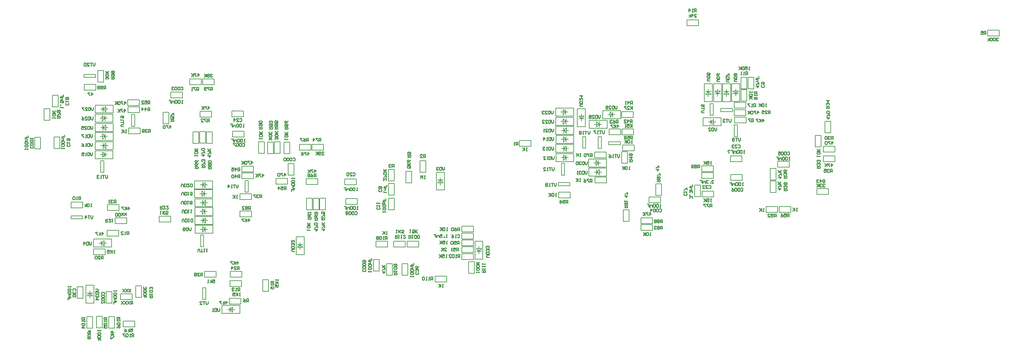
<source format=gbo>
G04*
G04 #@! TF.GenerationSoftware,Altium Limited,Altium Designer,22.10.1 (41)*
G04*
G04 Layer_Color=32896*
%FSLAX44Y44*%
%MOMM*%
G71*
G04*
G04 #@! TF.SameCoordinates,925E1407-17B4-44B6-9F2D-65EEED7EDF2A*
G04*
G04*
G04 #@! TF.FilePolarity,Positive*
G04*
G01*
G75*
%ADD11C,0.2000*%
%ADD13C,0.2540*%
D11*
X299236Y462420D02*
Y493420D01*
X291236D02*
X299236D01*
X291236Y462420D02*
X299236D01*
X291236D02*
Y493420D01*
X470120Y590859D02*
Y621339D01*
X454880Y590859D02*
X470120D01*
X454880Y621339D02*
X470120D01*
X454880Y590859D02*
Y621339D01*
X636175Y609457D02*
X666655D01*
X636175D02*
Y624697D01*
X666655Y609457D02*
Y624697D01*
X636175D02*
X666655D01*
X1241435Y286762D02*
X1271915D01*
X1241435D02*
Y302002D01*
X1271915Y286762D02*
Y302002D01*
X1241435D02*
X1271915D01*
X1241435Y284252D02*
X1271915D01*
Y269012D02*
Y284252D01*
X1241435Y269012D02*
Y284252D01*
Y269012D02*
X1271915D01*
X1241685Y320002D02*
X1272165D01*
Y304762D02*
Y320002D01*
X1241685Y304762D02*
Y320002D01*
Y304762D02*
X1272165D01*
X1241435Y266002D02*
X1271915D01*
Y250762D02*
Y266002D01*
X1241435Y250762D02*
Y266002D01*
Y250762D02*
X1271915D01*
X1241685Y232512D02*
X1272165D01*
X1241685D02*
Y247752D01*
X1272165Y232512D02*
Y247752D01*
X1241685D02*
X1272165D01*
X1276175Y233132D02*
X1297175D01*
X1276175Y280382D02*
X1297175D01*
X1276175Y233132D02*
Y280382D01*
X1297175Y233132D02*
Y280382D01*
X1286925Y253882D02*
Y266882D01*
Y253882D02*
X1293925D01*
X1279854Y260953D02*
X1293996D01*
X1286925Y253882D02*
X1293996Y260953D01*
X1279925Y253882D02*
X1286925D01*
X1279854Y260953D02*
X1286925Y253882D01*
Y247882D02*
Y253882D01*
X1175206Y462881D02*
X1196206D01*
X1175206Y415631D02*
X1196206D01*
Y462881D01*
X1175206Y415631D02*
Y462881D01*
X1185456Y429131D02*
Y442131D01*
X1178456D02*
X1185456D01*
X1178385Y435060D02*
X1192527D01*
X1178385D02*
X1185456Y442131D01*
X1192456D01*
X1185456D02*
X1192527Y435060D01*
X1185456Y442131D02*
Y448131D01*
X1393760Y546774D02*
X1424240D01*
Y531534D02*
Y546774D01*
X1393760Y531534D02*
Y546774D01*
Y531534D02*
X1424240D01*
X1094630Y434510D02*
Y464990D01*
X1109870D01*
X1094630Y434510D02*
X1109870D01*
Y464990D01*
X1131637Y462510D02*
Y492990D01*
X1146878D01*
X1131637Y462510D02*
X1146878D01*
Y492990D01*
X1048586Y402510D02*
Y432990D01*
X1063826D01*
X1048586Y402510D02*
X1063826D01*
Y432990D01*
X1063826Y363510D02*
Y393990D01*
X1048586Y363510D02*
X1063826D01*
X1048586Y393990D02*
X1063826D01*
X1048586Y363510D02*
Y393990D01*
X1063824Y440039D02*
Y470519D01*
X1048584Y440039D02*
X1063824D01*
X1048584Y470519D02*
X1063824D01*
X1048584Y440039D02*
Y470519D01*
X1171922Y188370D02*
X1202402D01*
Y173130D02*
Y188370D01*
X1171922Y173130D02*
Y188370D01*
Y173130D02*
X1202402D01*
X212915Y347599D02*
X243915D01*
X212915Y339599D02*
Y347599D01*
X243915Y339599D02*
Y347599D01*
X212915Y339599D02*
X243915D01*
X272675Y244979D02*
X303155D01*
X272675D02*
Y260219D01*
X303155Y244979D02*
Y260219D01*
X272675D02*
X303155D01*
X272165Y265099D02*
Y286099D01*
X319415Y265099D02*
Y286099D01*
X272165D02*
X319415D01*
X272165Y265099D02*
X319415D01*
X292915Y275349D02*
X305915D01*
X292915Y268349D02*
Y275349D01*
X299986Y268278D02*
Y282420D01*
X292915Y275349D02*
X299986Y268278D01*
X292915Y275349D02*
Y282349D01*
Y275349D02*
X299986Y282420D01*
X286915Y275349D02*
X292915D01*
X307925Y308969D02*
X338405D01*
Y293729D02*
Y308969D01*
X307925Y293729D02*
Y308969D01*
Y293729D02*
X338405D01*
X329010Y326880D02*
X359490D01*
X329010D02*
Y342120D01*
X359490Y326880D02*
Y342120D01*
X329010D02*
X359490D01*
X308426Y361479D02*
X338906D01*
X308426D02*
Y376719D01*
X338906Y361479D02*
Y376719D01*
X308426D02*
X338906D01*
X212925Y383469D02*
X243405D01*
Y368229D02*
Y383469D01*
X212925Y368229D02*
Y383469D01*
Y368229D02*
X243405D01*
X323486Y594670D02*
Y615670D01*
X276236Y594670D02*
Y615670D01*
Y594670D02*
X323486D01*
X276236Y615670D02*
X323486D01*
X289736Y605420D02*
X302736D01*
Y612420D01*
X295665Y598349D02*
Y612491D01*
X302736Y605420D01*
Y598420D02*
Y605420D01*
X295665Y598349D02*
X302736Y605420D01*
X308736D01*
X323604Y498537D02*
Y519538D01*
X276354Y498537D02*
Y519538D01*
Y498537D02*
X323604D01*
X276354Y519538D02*
X323604D01*
X289854Y509287D02*
X302854D01*
Y516287D01*
X295783Y502216D02*
Y516359D01*
X302854Y509287D01*
Y502287D02*
Y509287D01*
X295783Y502216D02*
X302854Y509287D01*
X308854D01*
X323986Y546420D02*
Y567420D01*
X276736Y546420D02*
Y567420D01*
Y546420D02*
X323986D01*
X276736Y567420D02*
X323986D01*
X290236Y557170D02*
X303236D01*
Y564170D01*
X296165Y550099D02*
Y564241D01*
X303236Y557170D01*
Y550170D02*
Y557170D01*
X296165Y550099D02*
X303236Y557170D01*
X309236D01*
X276486Y570420D02*
Y591420D01*
X323736Y570420D02*
Y591420D01*
X276486D02*
X323736D01*
X276486Y570420D02*
X323736D01*
X297236Y580670D02*
X310236D01*
X297236Y573670D02*
Y580670D01*
X304307Y573599D02*
Y587741D01*
X297236Y580670D02*
X304307Y573599D01*
X297236Y580670D02*
Y587670D01*
Y580670D02*
X304307Y587741D01*
X291236Y580670D02*
X297236D01*
X276486Y618920D02*
Y639920D01*
X323736Y618920D02*
Y639920D01*
X276486D02*
X323736D01*
X276486Y618920D02*
X323736D01*
X297236Y629170D02*
X310236D01*
X297236Y622170D02*
Y629170D01*
X304307Y622099D02*
Y636241D01*
X297236Y629170D02*
X304307Y622099D01*
X297236Y629170D02*
Y636170D01*
Y629170D02*
X304307Y636241D01*
X291236Y629170D02*
X297236D01*
X276697Y522381D02*
Y543381D01*
X323947Y522381D02*
Y543381D01*
X276697D02*
X323947D01*
X276697Y522381D02*
X323947D01*
X297447Y532631D02*
X310447D01*
X297447Y525631D02*
Y532631D01*
X304518Y525560D02*
Y539702D01*
X297447Y532631D02*
X304518Y525560D01*
X297447Y532631D02*
Y539631D01*
Y532631D02*
X304518Y539702D01*
X291447Y532631D02*
X297447D01*
X380415Y584099D02*
Y615099D01*
X372415D02*
X380415D01*
X372415Y584099D02*
X380415D01*
X372415D02*
Y615099D01*
X362425Y653719D02*
X392905D01*
Y638479D02*
Y653719D01*
X362425Y638479D02*
Y653719D01*
Y638479D02*
X392905D01*
X363175Y635300D02*
X393655D01*
Y620061D02*
Y635300D01*
X363175Y620061D02*
Y635300D01*
Y620061D02*
X393655D01*
X364675Y564229D02*
X395155D01*
X364675D02*
Y579469D01*
X395155Y564229D02*
Y579469D01*
X364675D02*
X395155D01*
X445359Y346721D02*
X475839D01*
Y331480D02*
Y346721D01*
X445359Y331480D02*
Y346721D01*
Y331480D02*
X475839D01*
X585612Y395508D02*
Y416508D01*
X538362Y395508D02*
Y416508D01*
Y395508D02*
X585612D01*
X538362Y416508D02*
X585612D01*
X551861Y406258D02*
X564862D01*
Y413258D01*
X557790Y399187D02*
Y413329D01*
X564862Y406258D01*
Y399258D02*
Y406258D01*
X557790Y399187D02*
X564862Y406258D01*
X570862D01*
X538362Y419008D02*
Y440008D01*
X585612Y419008D02*
Y440008D01*
X538362D02*
X585612D01*
X538362Y419008D02*
X585612D01*
X559112Y429258D02*
X572112D01*
X559112Y422258D02*
Y429258D01*
X566183Y422187D02*
Y436329D01*
X559112Y429258D02*
X566183Y422187D01*
X559112Y429258D02*
Y436258D01*
Y429258D02*
X566183Y436329D01*
X553112Y429258D02*
X559112D01*
X586362Y348258D02*
Y369258D01*
X539112Y348258D02*
Y369258D01*
Y348258D02*
X586362D01*
X539112Y369258D02*
X586362D01*
X552612Y359008D02*
X565612D01*
Y366008D01*
X558540Y351937D02*
Y366079D01*
X565612Y359008D01*
Y352008D02*
Y359008D01*
X558540Y351937D02*
X565612Y359008D01*
X571612D01*
X538862Y371758D02*
Y392758D01*
X586112Y371758D02*
Y392758D01*
X538862D02*
X586112D01*
X538862Y371758D02*
X586112D01*
X559612Y382008D02*
X572612D01*
X559612Y375008D02*
Y382008D01*
X566683Y374937D02*
Y389079D01*
X559612Y382008D02*
X566683Y374937D01*
X559612Y382008D02*
Y389008D01*
Y382008D02*
X566683Y389079D01*
X553612Y382008D02*
X559612D01*
X539362Y325008D02*
Y346008D01*
X586612Y325008D02*
Y346008D01*
X539362D02*
X586612D01*
X539362Y325008D02*
X586612D01*
X560112Y335258D02*
X573112D01*
X560112Y328258D02*
Y335258D01*
X567183Y328187D02*
Y342329D01*
X560112Y335258D02*
X567183Y328187D01*
X560112Y335258D02*
Y342258D01*
Y335258D02*
X567183Y342329D01*
X554112Y335258D02*
X560112D01*
X586862Y301508D02*
Y322508D01*
X539612Y301508D02*
Y322508D01*
Y301508D02*
X586862D01*
X539612Y322508D02*
X586862D01*
X553111Y312258D02*
X566112D01*
Y319258D01*
X559040Y305187D02*
Y319329D01*
X566112Y312258D01*
Y305258D02*
Y312258D01*
X559040Y305187D02*
X566112Y312258D01*
X572112D01*
X554112Y266258D02*
Y297258D01*
Y266258D02*
X562112D01*
X554112Y297258D02*
X562112D01*
Y266258D02*
Y297258D01*
X559569Y127099D02*
Y158099D01*
Y127099D02*
X567569D01*
X559569Y158099D02*
X567569D01*
Y127099D02*
Y158099D01*
X564872Y201220D02*
X595352D01*
Y185980D02*
Y201220D01*
X564872Y185980D02*
Y201220D01*
Y185980D02*
X595352D01*
X475260Y658880D02*
X505740D01*
X475260D02*
Y674120D01*
X505740Y658880D02*
Y674120D01*
X475260D02*
X505740D01*
X525675Y709219D02*
X556155D01*
Y693979D02*
Y709219D01*
X525675Y693979D02*
Y709219D01*
Y693979D02*
X556155D01*
X534292Y538930D02*
Y569410D01*
X549532D01*
X534292Y538930D02*
X549532D01*
Y569410D01*
X552505Y623542D02*
X582985D01*
Y608302D02*
Y623542D01*
X552505Y608302D02*
Y623542D01*
Y608302D02*
X582985D01*
X552045Y539359D02*
Y569839D01*
X567285D01*
X552045Y539359D02*
X567285D01*
Y569839D01*
X559260Y709217D02*
X589740D01*
Y693977D02*
Y709217D01*
X559260Y693977D02*
Y709217D01*
Y693977D02*
X589740D01*
X569795Y539109D02*
Y569589D01*
X585035D01*
X569795Y539109D02*
X585035D01*
Y569589D01*
X610319Y90099D02*
Y111099D01*
X657569Y90099D02*
Y111099D01*
X610319D02*
X657569D01*
X610319Y90099D02*
X657569D01*
X631069Y100349D02*
X644069D01*
X631069Y93349D02*
Y100349D01*
X638140Y93278D02*
Y107420D01*
X631069Y100349D02*
X638140Y93278D01*
X631069Y100349D02*
Y107349D01*
Y100349D02*
X638140Y107420D01*
X625069Y100349D02*
X631069D01*
X629760Y114979D02*
X660240D01*
X629760D02*
Y130219D01*
X660240Y114979D02*
Y130219D01*
X629760D02*
X660240D01*
X732939Y148359D02*
Y178839D01*
X717699Y148359D02*
X732939D01*
X717699Y178839D02*
X732939D01*
X717699Y148359D02*
Y178839D01*
X631579Y161479D02*
X662059D01*
X631579D02*
Y176719D01*
X662059Y161479D02*
Y176719D01*
X631579D02*
X662059D01*
X632329Y185979D02*
X662809D01*
X632329D02*
Y201219D01*
X662809Y185979D02*
Y201219D01*
X632329D02*
X662809D01*
X658010Y359776D02*
X688490D01*
Y344536D02*
Y359776D01*
X658010Y344536D02*
Y359776D01*
Y344536D02*
X688490D01*
X657510Y390639D02*
X687990D01*
X657510D02*
Y405880D01*
X687990Y390639D02*
Y405880D01*
X657510D02*
X687990D01*
X799870Y454760D02*
Y485240D01*
X784630Y454760D02*
X799870D01*
X784630Y485240D02*
X799870D01*
X784630Y454760D02*
Y485240D01*
X936260Y378130D02*
X966740D01*
X936260D02*
Y393370D01*
X966740Y378130D02*
Y393370D01*
X936260D02*
X966740D01*
X850449Y363359D02*
Y393839D01*
X865689D01*
X850449Y363359D02*
X865689D01*
Y393839D01*
X832949Y363359D02*
Y393839D01*
X848189D01*
X832949Y363359D02*
X848189D01*
Y393839D01*
X867949Y363359D02*
Y393839D01*
X883189D01*
X867949Y363359D02*
X883189D01*
Y393839D01*
X806000Y292250D02*
X827000D01*
X806000Y245000D02*
X827000D01*
Y292250D01*
X806000Y245000D02*
Y292250D01*
X816250Y258500D02*
Y271500D01*
X809250D02*
X816250D01*
X809179Y264429D02*
X823321D01*
X809179D02*
X816250Y271500D01*
X823250D01*
X816250D02*
X823321Y264429D01*
X816250Y271500D02*
Y277500D01*
X679569Y409719D02*
Y440719D01*
X671569D02*
X679569D01*
X671569Y409719D02*
X679569D01*
X671569D02*
Y440719D01*
X662329Y460840D02*
X692809D01*
Y445601D02*
Y460840D01*
X662329Y445601D02*
Y460840D01*
Y445601D02*
X692809D01*
X662329Y478589D02*
X692809D01*
Y463349D02*
Y478589D01*
X662329Y463349D02*
Y478589D01*
Y463349D02*
X692809D01*
X638510Y555630D02*
X668990D01*
X638510D02*
Y570870D01*
X668990Y555630D02*
Y570870D01*
X638510D02*
X668990D01*
X706880Y512260D02*
Y542740D01*
X722120D01*
X706880Y512260D02*
X722120D01*
Y542740D01*
X752177Y431130D02*
X782657D01*
X752177D02*
Y446370D01*
X782657Y431130D02*
Y446370D01*
X752177D02*
X782657D01*
X933510Y444870D02*
X963990D01*
Y429630D02*
Y444870D01*
X933510Y429630D02*
Y444870D01*
Y429630D02*
X963990D01*
X832010Y446069D02*
X862490D01*
Y430829D02*
Y446069D01*
X832010Y430829D02*
Y446069D01*
Y430829D02*
X862490D01*
X814579Y535969D02*
X845059D01*
Y520729D02*
Y535969D01*
X814579Y520729D02*
Y535969D01*
Y520729D02*
X845059D01*
X847579Y535970D02*
X878059D01*
Y520731D02*
Y535970D01*
X847579Y520731D02*
Y535970D01*
Y520731D02*
X878059D01*
X745535Y512105D02*
Y542585D01*
X730295Y512105D02*
X745535D01*
X730295Y542585D02*
X745535D01*
X730295Y512105D02*
Y542585D01*
X773797Y511510D02*
Y541990D01*
X789037D01*
X773797Y511510D02*
X789037D01*
Y541990D01*
X763665Y512173D02*
Y542653D01*
X748425Y512173D02*
X763665D01*
X748425Y542653D02*
X763665D01*
X748425Y512173D02*
Y542653D01*
X1098172Y265380D02*
X1128652D01*
X1098172D02*
Y280620D01*
X1128652Y265380D02*
Y280620D01*
X1098172D02*
X1128652D01*
X1084542Y190510D02*
Y220990D01*
X1099782D01*
X1084542Y190510D02*
X1099782D01*
Y220990D01*
X1062172Y265380D02*
X1092652D01*
X1062172D02*
Y280620D01*
X1092652Y265380D02*
Y280620D01*
X1062172D02*
X1092652D01*
X1259599Y195510D02*
Y225990D01*
X1274839D01*
X1259599Y195510D02*
X1274839D01*
Y225990D01*
X1044042Y190510D02*
Y220990D01*
X1059282D01*
X1044042Y190510D02*
X1059282D01*
Y220990D01*
X1024032Y202260D02*
Y232740D01*
X1008792Y202260D02*
X1024032D01*
X1008792Y232740D02*
X1024032D01*
X1008792Y202260D02*
Y232740D01*
X1015672Y280370D02*
X1046152D01*
Y265130D02*
Y280370D01*
X1015672Y265130D02*
Y280370D01*
Y265130D02*
X1046152D01*
X2626010Y837620D02*
X2656490D01*
Y822380D02*
Y837620D01*
X2626010Y822380D02*
Y837620D01*
Y822380D02*
X2656490D01*
X246842Y721250D02*
X277841D01*
X246842Y713250D02*
Y721250D01*
X277841Y713250D02*
Y721250D01*
X246842Y713250D02*
X277841D01*
X247510Y679130D02*
X277990D01*
X247510D02*
Y694370D01*
X277990Y679130D02*
Y694370D01*
X247510D02*
X277990D01*
X298620Y700760D02*
Y731240D01*
X283380Y700760D02*
X298620D01*
X283380Y731240D02*
X298620D01*
X283380Y700760D02*
Y731240D01*
X164130Y635260D02*
Y665740D01*
X179370D01*
X164130Y635260D02*
X179370D01*
Y665740D01*
X167999Y525010D02*
Y555490D01*
X183239D01*
X167999Y525010D02*
X183239D01*
Y555490D01*
X142199Y600010D02*
Y630490D01*
X157439D01*
X142199Y600010D02*
X157439D01*
Y630490D01*
X133120Y524760D02*
Y555240D01*
X117880Y524760D02*
X133120D01*
X117880Y555240D02*
X133120D01*
X117880Y524760D02*
Y555240D01*
X1903621Y612910D02*
Y643910D01*
X1895621D02*
X1903621D01*
X1895621Y612910D02*
X1903621D01*
X1895621D02*
Y643910D01*
X1923621Y630910D02*
X1954621D01*
X1923621Y622910D02*
Y630910D01*
X1954621Y622910D02*
Y630910D01*
X1923621Y622910D02*
X1954621D01*
X1891371Y595410D02*
X1897371D01*
X1904442Y602481D01*
X1897371Y595410D02*
Y602410D01*
Y595410D02*
X1904442Y588339D01*
Y602481D01*
X1897371Y588410D02*
Y595410D01*
X1910371D01*
X1876621Y585160D02*
X1923871D01*
X1876621Y606160D02*
X1923871D01*
Y585160D02*
Y606160D01*
X1876621Y585160D02*
Y606160D01*
X1959381Y627780D02*
X1989861D01*
Y612540D02*
Y627780D01*
X1959381Y612540D02*
Y627780D01*
Y612540D02*
X1989861D01*
X1959631Y608530D02*
X1990111D01*
Y593290D02*
Y608530D01*
X1959631Y593290D02*
Y608530D01*
Y593290D02*
X1990111D01*
X2010991Y682920D02*
Y713400D01*
X1995751Y682920D02*
X2010991D01*
X1995751Y713400D02*
X2010991D01*
X1995751Y682920D02*
Y713400D01*
X1890621Y675660D02*
Y681660D01*
Y675660D02*
X1897692Y668589D01*
X1890621Y675660D02*
X1897621D01*
X1883550Y668589D02*
X1890621Y675660D01*
X1883550Y668589D02*
X1897692D01*
X1883621Y675660D02*
X1890621D01*
Y662660D02*
Y675660D01*
X1880371Y649160D02*
Y696410D01*
X1901371Y649160D02*
Y696410D01*
X1880371Y649160D02*
X1901371D01*
X1880371Y696410D02*
X1901371D01*
X1992240Y683170D02*
Y713650D01*
X1977000Y683170D02*
X1992240D01*
X1977000Y713650D02*
X1992240D01*
X1977000Y683170D02*
Y713650D01*
X1915371Y663660D02*
Y669660D01*
X1908300Y676731D02*
X1915371Y669660D01*
X1908371D02*
X1915371D01*
X1922442Y676731D01*
X1908300D02*
X1922442D01*
X1915371Y669660D02*
X1922371D01*
X1915371D02*
Y682660D01*
X1925621Y648910D02*
Y696160D01*
X1904621Y648910D02*
Y696160D01*
X1925621D01*
X1904621Y648910D02*
X1925621D01*
X1938621Y675660D02*
Y681660D01*
Y675660D02*
X1945692Y668589D01*
X1938621Y675660D02*
X1945621D01*
X1931550Y668589D02*
X1938621Y675660D01*
X1931550Y668589D02*
X1945692D01*
X1931621Y675660D02*
X1938621D01*
Y662660D02*
Y675660D01*
X1928371Y649160D02*
Y696410D01*
X1949371Y649160D02*
Y696410D01*
X1928371Y649160D02*
X1949371D01*
X1928371Y696410D02*
X1949371D01*
X1962871Y664160D02*
Y670160D01*
X1955800Y677231D02*
X1962871Y670160D01*
X1955871D02*
X1962871D01*
X1969942Y677231D01*
X1955800D02*
X1969942D01*
X1962871Y670160D02*
X1969871D01*
X1962871D02*
Y683160D01*
X1973121Y649410D02*
Y696660D01*
X1952121Y649410D02*
Y696660D01*
X1973121D01*
X1952121Y649410D02*
X1973121D01*
X1977001Y650420D02*
Y680900D01*
X1992241D01*
X1977001Y650420D02*
X1992241D01*
Y680900D01*
X1959306Y647030D02*
X1989786D01*
Y631790D02*
Y647030D01*
X1959306Y631790D02*
Y647030D01*
Y631790D02*
X1989786D01*
X1959121Y556660D02*
Y587660D01*
Y556660D02*
X1967121D01*
X1959121Y587660D02*
X1967121D01*
Y556660D02*
Y587660D01*
X2197945Y566456D02*
Y596936D01*
X2213185D01*
X2197945Y566456D02*
X2213185D01*
Y596936D01*
X2187620Y529760D02*
Y560240D01*
X2172380Y529760D02*
X2187620D01*
X2172380Y560240D02*
X2187620D01*
X2172380Y529760D02*
Y560240D01*
X2176505Y419654D02*
X2206985D01*
Y404414D02*
Y419654D01*
X2176505Y404414D02*
Y419654D01*
Y404414D02*
X2206985D01*
X2193505Y516014D02*
X2223985D01*
X2193505D02*
Y531254D01*
X2223985Y516014D02*
Y531254D01*
X2193505D02*
X2223985D01*
X2193505Y490614D02*
X2223985D01*
X2193505D02*
Y505854D01*
X2223985Y490614D02*
Y505854D01*
X2193505D02*
X2223985D01*
X2042755Y371904D02*
X2073235D01*
Y356664D02*
Y371904D01*
X2042755Y356664D02*
Y371904D01*
Y356664D02*
X2073235D01*
X2077255D02*
X2107735D01*
X2077255D02*
Y371904D01*
X2107735Y356664D02*
Y371904D01*
X2077255D02*
X2107735D01*
X2053625Y408941D02*
Y439421D01*
X2068865D01*
X2053625Y408941D02*
X2068865D01*
Y439421D01*
Y442380D02*
Y472860D01*
X2053625Y442380D02*
X2068865D01*
X2053625Y472860D02*
X2068865D01*
X2053625Y442380D02*
Y472860D01*
X2073255Y491154D02*
X2103735D01*
Y475914D02*
Y491154D01*
X2073255Y475914D02*
Y491154D01*
Y475914D02*
X2103735D01*
X1948755Y490664D02*
X1979235D01*
X1948755D02*
Y505904D01*
X1979235Y490664D02*
Y505904D01*
X1948755D02*
X1979235D01*
X1854875Y398294D02*
Y428774D01*
X1870115D01*
X1854875Y398294D02*
X1870115D01*
Y428774D01*
X1874255Y412654D02*
X1904735D01*
Y397414D02*
Y412654D01*
X1874255Y397414D02*
Y412654D01*
Y397414D02*
X1904735D01*
X1949255Y456904D02*
X1979735D01*
Y441664D02*
Y456904D01*
X1949255Y441664D02*
Y456904D01*
Y441664D02*
X1979735D01*
X1873255Y479654D02*
X1903735D01*
Y464414D02*
Y479654D01*
X1873255Y464414D02*
Y479654D01*
Y464414D02*
X1903735D01*
X1873255Y446414D02*
X1903735D01*
X1873255D02*
Y461654D01*
X1903735Y446414D02*
Y461654D01*
X1873255D02*
X1903735D01*
X1512250Y455154D02*
Y486154D01*
X1504250D02*
X1512250D01*
X1504250Y455154D02*
X1512250D01*
X1504250D02*
Y486154D01*
X1629446Y576524D02*
X1659926D01*
Y561284D02*
Y576524D01*
X1629446Y561284D02*
Y576524D01*
Y561284D02*
X1659926D01*
X1682120Y332664D02*
Y363144D01*
X1666880Y332664D02*
X1682120D01*
X1666880Y363144D02*
X1682120D01*
X1666880Y332664D02*
Y363144D01*
X1752380Y401246D02*
Y431726D01*
X1767620D01*
X1752380Y401246D02*
X1767620D01*
Y431726D01*
X1601000Y525654D02*
Y556654D01*
Y525654D02*
X1609000D01*
X1601000Y556654D02*
X1609000D01*
Y525654D02*
Y556654D01*
X1591760Y516274D02*
X1622240D01*
Y501034D02*
Y516274D01*
X1591760Y501034D02*
Y516274D01*
Y501034D02*
X1622240D01*
X1592009Y434786D02*
X1622489D01*
X1592009D02*
Y450026D01*
X1622489Y434786D02*
Y450026D01*
X1592009D02*
X1622489D01*
X1590749Y462905D02*
X1596749D01*
X1603820Y469976D01*
X1596749Y462905D02*
Y469905D01*
Y462905D02*
X1603820Y455834D01*
Y469976D01*
X1596749Y455905D02*
Y462905D01*
X1609749D01*
X1575999Y452654D02*
X1623249D01*
X1575999Y473655D02*
X1623249D01*
Y452654D02*
Y473655D01*
X1575999Y452654D02*
Y473655D01*
X1602038Y487155D02*
X1608038D01*
X1594967Y480083D02*
X1602038Y487155D01*
Y480154D02*
Y487155D01*
X1594967Y494226D02*
X1602038Y487155D01*
X1594967Y480083D02*
Y494226D01*
X1602038Y487155D02*
Y494155D01*
X1589038Y487155D02*
X1602038D01*
X1575538Y497405D02*
X1622788D01*
X1575538Y476404D02*
X1622788D01*
X1575538D02*
Y497405D01*
X1622788Y476404D02*
Y497405D01*
X1713510Y324772D02*
X1743990D01*
Y309532D02*
Y324772D01*
X1713510Y309532D02*
Y324772D01*
Y309532D02*
X1743990D01*
X1713510Y342274D02*
X1743990D01*
Y327034D02*
Y342274D01*
X1713510Y327034D02*
Y342274D01*
Y327034D02*
X1743990D01*
X1734760Y397743D02*
X1765240D01*
Y382503D02*
Y397743D01*
X1734760Y382503D02*
Y397743D01*
Y382503D02*
X1765240D01*
X1677869Y486665D02*
Y517145D01*
X1662629Y486665D02*
X1677869D01*
X1662629Y517145D02*
X1677869D01*
X1662629Y486665D02*
Y517145D01*
X1665010Y534774D02*
X1695490D01*
Y519534D02*
Y534774D01*
X1665010Y519534D02*
Y534774D01*
Y519534D02*
X1695490D01*
X1663510Y577024D02*
X1693990D01*
Y561784D02*
Y577024D01*
X1663510Y561784D02*
Y577024D01*
Y561784D02*
X1693990D01*
X1663010Y607284D02*
X1693490D01*
X1663010D02*
Y622524D01*
X1693490Y607284D02*
Y622524D01*
X1663010D02*
X1693490D01*
X1504158Y525158D02*
X1510158D01*
X1517229Y532229D01*
X1510158Y525158D02*
Y532158D01*
Y525158D02*
X1517229Y518087D01*
Y532229D01*
X1510158Y518158D02*
Y525158D01*
X1523158D01*
X1489408Y514908D02*
X1536658D01*
X1489408Y535908D02*
X1536658D01*
Y514908D02*
Y535908D01*
X1489408Y514908D02*
Y535908D01*
X1516158Y501158D02*
X1522158D01*
X1509087Y494086D02*
X1516158Y501158D01*
Y494158D02*
Y501158D01*
X1509087Y508229D02*
X1516158Y501158D01*
X1509087Y494086D02*
Y508229D01*
X1516158Y501158D02*
Y508158D01*
X1503158Y501158D02*
X1516158D01*
X1489658Y511408D02*
X1536908D01*
X1489658Y490408D02*
X1536908D01*
X1489658D02*
Y511408D01*
X1536908Y490408D02*
Y511408D01*
X1516158Y549658D02*
X1522158D01*
X1509087Y542587D02*
X1516158Y549658D01*
Y542658D02*
Y549658D01*
X1509087Y556729D02*
X1516158Y549658D01*
X1509087Y542587D02*
Y556729D01*
X1516158Y549658D02*
Y556658D01*
X1503158Y549658D02*
X1516158D01*
X1489658Y559908D02*
X1536908D01*
X1489658Y538908D02*
X1536908D01*
X1489658D02*
Y559908D01*
X1536908Y538908D02*
Y559908D01*
X1504158Y572908D02*
X1510158D01*
X1517229Y579979D01*
X1510158Y572908D02*
Y579908D01*
Y572908D02*
X1517229Y565836D01*
Y579979D01*
X1510158Y565908D02*
Y572908D01*
X1523158D01*
X1489408Y562658D02*
X1536658D01*
X1489408Y583658D02*
X1536658D01*
Y562658D02*
Y583658D01*
X1489408Y562658D02*
Y583658D01*
X1515858Y596908D02*
X1521858D01*
X1508787Y589837D02*
X1515858Y596908D01*
Y589908D02*
Y596908D01*
X1508787Y603979D02*
X1515858Y596908D01*
X1508787Y589837D02*
Y603979D01*
X1515858Y596908D02*
Y603908D01*
X1502858Y596908D02*
X1515858D01*
X1489358Y607158D02*
X1536608D01*
X1489358Y586158D02*
X1536608D01*
X1489358D02*
Y607158D01*
X1536608Y586158D02*
Y607158D01*
X1515535Y621618D02*
X1521535D01*
X1508464Y614547D02*
X1515535Y621618D01*
Y614618D02*
Y621618D01*
X1508464Y628689D02*
X1515535Y621618D01*
X1508464Y614547D02*
Y628689D01*
X1515535Y621618D02*
Y628618D01*
X1502535Y621618D02*
X1515535D01*
X1489035Y631868D02*
X1536285D01*
X1489035Y610868D02*
X1536285D01*
X1489035D02*
Y631868D01*
X1536285Y610868D02*
Y631868D01*
X1639000Y614904D02*
X1645000D01*
X1631929Y607833D02*
X1639000Y614904D01*
Y607904D02*
Y614904D01*
X1631929Y621975D02*
X1639000Y614904D01*
X1631929Y607833D02*
Y621975D01*
X1639000Y614904D02*
Y621904D01*
X1626000Y614904D02*
X1639000D01*
X1612500Y625154D02*
X1659750D01*
X1612500Y604154D02*
X1659750D01*
X1612500D02*
Y625154D01*
X1659750Y604154D02*
Y625154D01*
X1556750Y597904D02*
Y603904D01*
X1549679Y610975D02*
X1556750Y603904D01*
X1549750D02*
X1556750D01*
X1563821Y610975D01*
X1549679D02*
X1563821D01*
X1556750Y603904D02*
X1563750D01*
X1556750D02*
Y616904D01*
X1567000Y583154D02*
Y630404D01*
X1546000Y583154D02*
Y630404D01*
X1567000D01*
X1546000Y583154D02*
X1567000D01*
X1604000Y589154D02*
X1610000D01*
X1596929Y582083D02*
X1604000Y589154D01*
Y582154D02*
Y589154D01*
X1596929Y596225D02*
X1604000Y589154D01*
X1596929Y582083D02*
Y596225D01*
X1604000Y589154D02*
Y596154D01*
X1591000Y589154D02*
X1604000D01*
X1577500Y599404D02*
X1624750D01*
X1577500Y578404D02*
X1624750D01*
X1577500D02*
Y599404D01*
X1624750Y578404D02*
Y599404D01*
X1628250Y543154D02*
X1659250D01*
X1628250Y535154D02*
Y543154D01*
X1659250Y535154D02*
Y543154D01*
X1628250Y535154D02*
X1659250D01*
X1568000Y525904D02*
Y556904D01*
X1560000D02*
X1568000D01*
X1560000Y525904D02*
X1568000D01*
X1560000D02*
Y556904D01*
X1496308Y409959D02*
X1526788D01*
Y394719D02*
Y409959D01*
X1496308Y394719D02*
Y409959D01*
Y394719D02*
X1526788D01*
X1495708Y435143D02*
X1526707D01*
X1495708Y427143D02*
Y435143D01*
X1526707Y427143D02*
Y435143D01*
X1495708Y427143D02*
X1526707D01*
X279824Y52010D02*
Y82490D01*
X295064D01*
X279824Y52010D02*
X295064D01*
Y82490D01*
X269665Y51260D02*
Y81740D01*
X254425Y51260D02*
X269665D01*
X254425Y81740D02*
X269665D01*
X254425Y51260D02*
Y81740D01*
X312380Y51010D02*
Y81490D01*
X327620D01*
X312380Y51010D02*
X327620D01*
Y81490D01*
X262750Y143670D02*
Y149670D01*
Y143670D02*
X269821Y136599D01*
X262750Y143670D02*
X269750D01*
X255679Y136599D02*
X262750Y143670D01*
X255679Y136599D02*
X269821D01*
X255750Y143670D02*
X262750D01*
Y130670D02*
Y143670D01*
X252500Y117170D02*
Y164420D01*
X273500Y117170D02*
Y164420D01*
X252500Y117170D02*
X273500D01*
X252500Y164420D02*
X273500D01*
X244264Y129510D02*
Y159990D01*
X229024Y129510D02*
X244264D01*
X229024Y159990D02*
X244264D01*
X229024Y129510D02*
Y159990D01*
X343510Y126354D02*
X373990D01*
X343510D02*
Y141594D01*
X373990Y126354D02*
Y141594D01*
X343510D02*
X373990D01*
X305224Y117260D02*
Y147740D01*
X320464D01*
X305224Y117260D02*
X320464D01*
Y147740D01*
X383380Y132010D02*
Y162490D01*
X398620D01*
X383380Y132010D02*
X398620D01*
Y162490D01*
X350010Y54130D02*
X380490D01*
X350010D02*
Y69370D01*
X380490Y54130D02*
Y69370D01*
X350010D02*
X380490D01*
X1834760Y864620D02*
X1865240D01*
Y849380D02*
Y864620D01*
X1834760Y849380D02*
Y864620D01*
Y849380D02*
X1865240D01*
D13*
X276162Y751249D02*
Y745917D01*
X273496Y743251D01*
X270830Y745917D01*
Y751249D01*
X268165D02*
X262833D01*
X265499D01*
Y743251D01*
X254835D02*
X260167D01*
X254835Y748583D01*
Y749916D01*
X256168Y751249D01*
X258834D01*
X260167Y749916D01*
X252170D02*
X250837Y751249D01*
X248171D01*
X246838Y749916D01*
Y744584D01*
X248171Y743251D01*
X250837D01*
X252170Y744584D01*
Y749916D01*
X1490246Y433762D02*
Y428431D01*
X1487580Y425765D01*
X1484914Y428431D01*
Y433762D01*
X1482248D02*
X1476917D01*
X1479582D01*
Y425765D01*
X1474251D02*
X1471585D01*
X1472918D01*
Y433762D01*
X1474251Y432429D01*
X1467586Y427098D02*
X1466253Y425765D01*
X1463587D01*
X1462254Y427098D01*
Y432429D01*
X1463587Y433762D01*
X1466253D01*
X1467586Y432429D01*
Y431096D01*
X1466253Y429764D01*
X1462254D01*
X1578745Y571152D02*
Y565821D01*
X1576080Y563155D01*
X1573414Y565821D01*
Y571152D01*
X1570748D02*
X1565416D01*
X1568082D01*
Y563155D01*
X1562751D02*
X1560085D01*
X1561418D01*
Y571152D01*
X1562751Y569820D01*
X1556086D02*
X1554753Y571152D01*
X1552087D01*
X1550754Y569820D01*
Y568487D01*
X1552087Y567154D01*
X1550754Y565821D01*
Y564488D01*
X1552087Y563155D01*
X1554753D01*
X1556086Y564488D01*
Y565821D01*
X1554753Y567154D01*
X1556086Y568487D01*
Y569820D01*
X1554753Y567154D02*
X1552087D01*
X1616745Y572402D02*
Y567071D01*
X1614080Y564405D01*
X1611414Y567071D01*
Y572402D01*
X1608748D02*
X1603416D01*
X1606082D01*
Y564405D01*
X1600751D02*
X1598085D01*
X1599418D01*
Y572402D01*
X1600751Y571070D01*
X1594086Y572402D02*
X1588754D01*
Y571070D01*
X1594086Y565738D01*
Y564405D01*
X1656995Y509652D02*
Y504321D01*
X1654330Y501655D01*
X1651664Y504321D01*
Y509652D01*
X1648998D02*
X1643666D01*
X1646332D01*
Y501655D01*
X1641001D02*
X1638335D01*
X1639668D01*
Y509652D01*
X1641001Y508320D01*
X1629004Y509652D02*
X1631670Y508320D01*
X1634336Y505654D01*
Y502988D01*
X1633003Y501655D01*
X1630337D01*
X1629004Y502988D01*
Y504321D01*
X1630337Y505654D01*
X1634336D01*
X351249Y583656D02*
X345917D01*
X343251Y586322D01*
X345917Y588988D01*
X351249D01*
Y591653D02*
Y596985D01*
Y594319D01*
X343251D01*
Y599651D02*
Y602317D01*
Y600984D01*
X351249D01*
X349916Y599651D01*
X351249Y611647D02*
Y606315D01*
X347250D01*
X348583Y608981D01*
Y610314D01*
X347250Y611647D01*
X344584D01*
X343251Y610314D01*
Y607648D01*
X344584Y606315D01*
X652997Y429757D02*
Y424425D01*
X650331Y421759D01*
X647665Y424425D01*
Y429757D01*
X644999D02*
X639668D01*
X642334D01*
Y421759D01*
X637002D02*
X634336D01*
X635669D01*
Y429757D01*
X637002Y428424D01*
X626339Y421759D02*
Y429757D01*
X630337Y425758D01*
X625006D01*
X308838Y454749D02*
Y449417D01*
X306172Y446751D01*
X303506Y449417D01*
Y454749D01*
X300840D02*
X295509D01*
X298174D01*
Y446751D01*
X292843D02*
X290177D01*
X291510D01*
Y454749D01*
X292843Y453416D01*
X286178D02*
X284845Y454749D01*
X282180D01*
X280847Y453416D01*
Y452083D01*
X282180Y450750D01*
X283512D01*
X282180D01*
X280847Y449417D01*
Y448084D01*
X282180Y446751D01*
X284845D01*
X286178Y448084D01*
X1484495Y475153D02*
Y469821D01*
X1481830Y467155D01*
X1479164Y469821D01*
Y475153D01*
X1476498D02*
X1471166D01*
X1473832D01*
Y467155D01*
X1468501D02*
X1465835D01*
X1467168D01*
Y475153D01*
X1468501Y473820D01*
X1456504Y467155D02*
X1461836D01*
X1456504Y472487D01*
Y473820D01*
X1457837Y475153D01*
X1460503D01*
X1461836Y473820D01*
X546378Y252259D02*
Y257591D01*
X549044Y260257D01*
X551710Y257591D01*
Y252259D01*
X554375D02*
X559707D01*
X557041D01*
Y260257D01*
X562373D02*
X565039D01*
X563706D01*
Y252259D01*
X562373Y253592D01*
X569037Y260257D02*
X571703D01*
X570370D01*
Y252259D01*
X569037Y253592D01*
X1975284Y552897D02*
Y547566D01*
X1972619Y544900D01*
X1969953Y547566D01*
Y552897D01*
X1967287D02*
X1961955D01*
X1964621D01*
Y544900D01*
X1959290Y546233D02*
X1957957Y544900D01*
X1955291D01*
X1953958Y546233D01*
Y551564D01*
X1955291Y552897D01*
X1957957D01*
X1959290Y551564D01*
Y550232D01*
X1957957Y548899D01*
X1953958D01*
X1879494Y620247D02*
X1874162D01*
X1871496Y622913D01*
X1874162Y625579D01*
X1879494D01*
Y628245D02*
Y633576D01*
Y630910D01*
X1871496D01*
X1879494Y641573D02*
Y636242D01*
X1875495D01*
X1876828Y638908D01*
Y640241D01*
X1875495Y641573D01*
X1872829D01*
X1871496Y640241D01*
Y637575D01*
X1872829Y636242D01*
X270291Y347948D02*
Y342616D01*
X267625Y339950D01*
X264959Y342616D01*
Y347948D01*
X262294D02*
X256962D01*
X259628D01*
Y339950D01*
X250297D02*
Y347948D01*
X254296Y343949D01*
X248965D01*
X1950284Y602909D02*
Y597577D01*
X1947619Y594912D01*
X1944953Y597577D01*
Y602909D01*
X1942287D02*
X1936955D01*
X1939621D01*
Y594912D01*
X1934290Y601576D02*
X1932957Y602909D01*
X1930291D01*
X1928958Y601576D01*
Y600243D01*
X1930291Y598910D01*
X1931624D01*
X1930291D01*
X1928958Y597577D01*
Y596245D01*
X1930291Y594912D01*
X1932957D01*
X1934290Y596245D01*
X573440Y121551D02*
Y116219D01*
X570774Y113553D01*
X568108Y116219D01*
Y121551D01*
X565443D02*
X560111D01*
X562777D01*
Y113553D01*
X552113D02*
X557445D01*
X552113Y118885D01*
Y120218D01*
X553446Y121551D01*
X556112D01*
X557445Y120218D01*
X277649Y154832D02*
X282980D01*
X285646Y152166D01*
X282980Y149500D01*
X277649D01*
Y146834D02*
X285646D01*
Y142836D01*
X284313Y141503D01*
X278981D01*
X277649Y142836D01*
Y146834D01*
X278981Y138837D02*
X277649Y137504D01*
Y134838D01*
X278981Y133505D01*
X280314D01*
X281647Y134838D01*
Y136171D01*
Y134838D01*
X282980Y133505D01*
X284313D01*
X285646Y134838D01*
Y137504D01*
X284313Y138837D01*
X285646Y126841D02*
X277649D01*
X281647Y130840D01*
Y125508D01*
X1313749Y238657D02*
X1308417D01*
X1305751Y241323D01*
X1308417Y243989D01*
X1313749D01*
Y246655D02*
X1305751D01*
Y250653D01*
X1307084Y251986D01*
X1312416D01*
X1313749Y250653D01*
Y246655D01*
X1312416Y254652D02*
X1313749Y255985D01*
Y258651D01*
X1312416Y259984D01*
X1311083D01*
X1309750Y258651D01*
Y257318D01*
Y258651D01*
X1308417Y259984D01*
X1307084D01*
X1305751Y258651D01*
Y255985D01*
X1307084Y254652D01*
X1312416Y262649D02*
X1313749Y263982D01*
Y266648D01*
X1312416Y267981D01*
X1311083D01*
X1309750Y266648D01*
Y265315D01*
Y266648D01*
X1308417Y267981D01*
X1307084D01*
X1305751Y266648D01*
Y263982D01*
X1307084Y262649D01*
X800999Y253838D02*
X795667D01*
X793001Y256504D01*
X795667Y259170D01*
X800999D01*
Y261835D02*
X793001D01*
Y265834D01*
X794334Y267167D01*
X799666D01*
X800999Y265834D01*
Y261835D01*
X799666Y269833D02*
X800999Y271166D01*
Y273832D01*
X799666Y275165D01*
X798333D01*
X797000Y273832D01*
Y272499D01*
Y273832D01*
X795667Y275165D01*
X794334D01*
X793001Y273832D01*
Y271166D01*
X794334Y269833D01*
X793001Y283162D02*
Y277830D01*
X798333Y283162D01*
X799666D01*
X800999Y281829D01*
Y279163D01*
X799666Y277830D01*
X1571329Y465902D02*
Y460571D01*
X1568663Y457905D01*
X1565997Y460571D01*
Y465902D01*
X1563331D02*
Y457905D01*
X1559333D01*
X1558000Y459238D01*
Y464570D01*
X1559333Y465902D01*
X1563331D01*
X1555334Y464570D02*
X1554001Y465902D01*
X1551335D01*
X1550002Y464570D01*
Y463237D01*
X1551335Y461904D01*
X1552668D01*
X1551335D01*
X1550002Y460571D01*
Y459238D01*
X1551335Y457905D01*
X1554001D01*
X1555334Y459238D01*
X1547337Y457905D02*
X1544671D01*
X1546004D01*
Y465902D01*
X1547337Y464570D01*
X1571662Y490663D02*
Y485332D01*
X1568996Y482666D01*
X1566330Y485332D01*
Y490663D01*
X1563664D02*
Y482666D01*
X1559666D01*
X1558333Y483999D01*
Y489330D01*
X1559666Y490663D01*
X1563664D01*
X1555667Y489330D02*
X1554334Y490663D01*
X1551668D01*
X1550335Y489330D01*
Y487998D01*
X1551668Y486665D01*
X1553001D01*
X1551668D01*
X1550335Y485332D01*
Y483999D01*
X1551668Y482666D01*
X1554334D01*
X1555667Y483999D01*
X1547670Y489330D02*
X1546337Y490663D01*
X1543671D01*
X1542338Y489330D01*
Y483999D01*
X1543671Y482666D01*
X1546337D01*
X1547670Y483999D01*
Y489330D01*
X1650226Y637678D02*
Y632346D01*
X1647560Y629680D01*
X1644895Y632346D01*
Y637678D01*
X1642229D02*
Y629680D01*
X1638230D01*
X1636897Y631013D01*
Y636345D01*
X1638230Y637678D01*
X1642229D01*
X1628900Y629680D02*
X1634231D01*
X1628900Y635012D01*
Y636345D01*
X1630233Y637678D01*
X1632899D01*
X1634231Y636345D01*
X1626234Y631013D02*
X1624901Y629680D01*
X1622235D01*
X1620902Y631013D01*
Y636345D01*
X1622235Y637678D01*
X1624901D01*
X1626234Y636345D01*
Y635012D01*
X1624901Y633679D01*
X1620902D01*
X1605912Y613153D02*
Y607821D01*
X1603246Y605155D01*
X1600580Y607821D01*
Y613153D01*
X1597914D02*
Y605155D01*
X1593916D01*
X1592583Y606488D01*
Y611820D01*
X1593916Y613153D01*
X1597914D01*
X1584585Y605155D02*
X1589917D01*
X1584585Y610487D01*
Y611820D01*
X1585918Y613153D01*
X1588584D01*
X1589917Y611820D01*
X1581920D02*
X1580587Y613153D01*
X1577921D01*
X1576588Y611820D01*
Y610487D01*
X1577921Y609154D01*
X1576588Y607821D01*
Y606488D01*
X1577921Y605155D01*
X1580587D01*
X1581920Y606488D01*
Y607821D01*
X1580587Y609154D01*
X1581920Y610487D01*
Y611820D01*
X1580587Y609154D02*
X1577921D01*
X271398Y633669D02*
Y628337D01*
X268732Y625671D01*
X266066Y628337D01*
Y633669D01*
X263401D02*
Y625671D01*
X259402D01*
X258069Y627004D01*
Y632336D01*
X259402Y633669D01*
X263401D01*
X250072Y625671D02*
X255403D01*
X250072Y631003D01*
Y632336D01*
X251405Y633669D01*
X254070D01*
X255403Y632336D01*
X247406Y633669D02*
X242074D01*
Y632336D01*
X247406Y627004D01*
Y625671D01*
X270503Y608919D02*
Y603587D01*
X267838Y600921D01*
X265172Y603587D01*
Y608919D01*
X262506D02*
Y600921D01*
X258507D01*
X257174Y602254D01*
Y607586D01*
X258507Y608919D01*
X262506D01*
X249177Y600921D02*
X254509D01*
X249177Y606253D01*
Y607586D01*
X250510Y608919D01*
X253176D01*
X254509Y607586D01*
X241180Y608919D02*
X243845Y607586D01*
X246511Y604920D01*
Y602254D01*
X245178Y600921D01*
X242512D01*
X241180Y602254D01*
Y603587D01*
X242512Y604920D01*
X246511D01*
X269898Y583919D02*
Y578587D01*
X267232Y575921D01*
X264567Y578587D01*
Y583919D01*
X261901D02*
Y575921D01*
X257902D01*
X256569Y577254D01*
Y582586D01*
X257902Y583919D01*
X261901D01*
X248572Y575921D02*
X253903D01*
X248572Y581253D01*
Y582586D01*
X249905Y583919D01*
X252570D01*
X253903Y582586D01*
X240574Y583919D02*
X245906D01*
Y579920D01*
X243240Y581253D01*
X241907D01*
X240574Y579920D01*
Y577254D01*
X241907Y575921D01*
X244573D01*
X245906Y577254D01*
X1559749Y636742D02*
X1554417D01*
X1551751Y639408D01*
X1554417Y642074D01*
X1559749D01*
Y644739D02*
X1551751D01*
Y648738D01*
X1553084Y650071D01*
X1558416D01*
X1559749Y648738D01*
Y644739D01*
X1551751Y658068D02*
Y652737D01*
X1557083Y658068D01*
X1558416D01*
X1559749Y656735D01*
Y654070D01*
X1558416Y652737D01*
X1551751Y664733D02*
X1559749D01*
X1555750Y660734D01*
Y666066D01*
X1481947Y624617D02*
Y619285D01*
X1479282Y616619D01*
X1476616Y619285D01*
Y624617D01*
X1473950D02*
Y616619D01*
X1469951D01*
X1468618Y617952D01*
Y623284D01*
X1469951Y624617D01*
X1473950D01*
X1460621Y616619D02*
X1465952D01*
X1460621Y621951D01*
Y623284D01*
X1461954Y624617D01*
X1464620D01*
X1465952Y623284D01*
X1457955D02*
X1456622Y624617D01*
X1453956D01*
X1452623Y623284D01*
Y621951D01*
X1453956Y620618D01*
X1455289D01*
X1453956D01*
X1452623Y619285D01*
Y617952D01*
X1453956Y616619D01*
X1456622D01*
X1457955Y617952D01*
X1482965Y600219D02*
Y594887D01*
X1480299Y592221D01*
X1477633Y594887D01*
Y600219D01*
X1474967D02*
Y592221D01*
X1470969D01*
X1469636Y593554D01*
Y598886D01*
X1470969Y600219D01*
X1474967D01*
X1461638Y592221D02*
X1466970D01*
X1461638Y597553D01*
Y598886D01*
X1462971Y600219D01*
X1465637D01*
X1466970Y598886D01*
X1453641Y592221D02*
X1458973D01*
X1453641Y597553D01*
Y598886D01*
X1454974Y600219D01*
X1457640D01*
X1458973Y598886D01*
X1483237Y576906D02*
Y571575D01*
X1480571Y568909D01*
X1477905Y571575D01*
Y576906D01*
X1475240D02*
Y568909D01*
X1471241D01*
X1469908Y570242D01*
Y575573D01*
X1471241Y576906D01*
X1475240D01*
X1461911Y568909D02*
X1467242D01*
X1461911Y574240D01*
Y575573D01*
X1463244Y576906D01*
X1465909D01*
X1467242Y575573D01*
X1459245Y568909D02*
X1456579D01*
X1457912D01*
Y576906D01*
X1459245Y575573D01*
X502909Y424259D02*
Y429591D01*
X505575Y432257D01*
X508241Y429591D01*
Y424259D01*
X510907D02*
Y432257D01*
X514906D01*
X516238Y430924D01*
Y425592D01*
X514906Y424259D01*
X510907D01*
X524236Y432257D02*
X518904D01*
X524236Y426925D01*
Y425592D01*
X522903Y424259D01*
X520237D01*
X518904Y425592D01*
X526902D02*
X528235Y424259D01*
X530900D01*
X532233Y425592D01*
Y430924D01*
X530900Y432257D01*
X528235D01*
X526902Y430924D01*
Y425592D01*
X503866Y402259D02*
Y407591D01*
X506532Y410257D01*
X509198Y407591D01*
Y402259D01*
X511864D02*
Y410257D01*
X515862D01*
X517195Y408924D01*
Y403592D01*
X515862Y402259D01*
X511864D01*
X519861Y410257D02*
X522527D01*
X521194D01*
Y402259D01*
X519861Y403592D01*
X526525Y408924D02*
X527858Y410257D01*
X530524D01*
X531857Y408924D01*
Y403592D01*
X530524Y402259D01*
X527858D01*
X526525Y403592D01*
Y404925D01*
X527858Y406258D01*
X531857D01*
X503116Y378509D02*
Y383841D01*
X505782Y386507D01*
X508448Y383841D01*
Y378509D01*
X511114D02*
Y386507D01*
X515112D01*
X516445Y385174D01*
Y379842D01*
X515112Y378509D01*
X511114D01*
X519111Y386507D02*
X521777D01*
X520444D01*
Y378509D01*
X519111Y379842D01*
X525775D02*
X527108Y378509D01*
X529774D01*
X531107Y379842D01*
Y381175D01*
X529774Y382508D01*
X531107Y383841D01*
Y385174D01*
X529774Y386507D01*
X527108D01*
X525775Y385174D01*
Y383841D01*
X527108Y382508D01*
X525775Y381175D01*
Y379842D01*
X527108Y382508D02*
X529774D01*
X269193Y562419D02*
Y557087D01*
X266527Y554421D01*
X263861Y557087D01*
Y562419D01*
X261195D02*
Y554421D01*
X257196D01*
X255863Y555754D01*
Y561086D01*
X257196Y562419D01*
X261195D01*
X253198Y554421D02*
X250532D01*
X251865D01*
Y562419D01*
X253198Y561086D01*
X246533Y562419D02*
X241202D01*
Y561086D01*
X246533Y555754D01*
Y554421D01*
X269193Y538880D02*
Y533548D01*
X266527Y530882D01*
X263861Y533548D01*
Y538880D01*
X261195D02*
Y530882D01*
X257196D01*
X255863Y532215D01*
Y537547D01*
X257196Y538880D01*
X261195D01*
X253198Y530882D02*
X250532D01*
X251865D01*
Y538880D01*
X253198Y537547D01*
X241202Y538880D02*
X243867Y537547D01*
X246533Y534881D01*
Y532215D01*
X245200Y530882D01*
X242535D01*
X241202Y532215D01*
Y533548D01*
X242535Y534881D01*
X246533D01*
X269349Y514536D02*
Y509205D01*
X266683Y506539D01*
X264018Y509205D01*
Y514536D01*
X261352D02*
Y506539D01*
X257353D01*
X256020Y507872D01*
Y513203D01*
X257353Y514536D01*
X261352D01*
X253354Y506539D02*
X250688D01*
X252021D01*
Y514536D01*
X253354Y513203D01*
X241358Y514536D02*
X246690D01*
Y510537D01*
X244024Y511870D01*
X242691D01*
X241358Y510537D01*
Y507872D01*
X242691Y506539D01*
X245357D01*
X246690Y507872D01*
X1483495Y554570D02*
Y549238D01*
X1480830Y546572D01*
X1478164Y549238D01*
Y554570D01*
X1475498D02*
Y546572D01*
X1471499D01*
X1470166Y547905D01*
Y553237D01*
X1471499Y554570D01*
X1475498D01*
X1467501Y546572D02*
X1464835D01*
X1466168D01*
Y554570D01*
X1467501Y553237D01*
X1456837Y546572D02*
Y554570D01*
X1460836Y550571D01*
X1455504D01*
X1482995Y529156D02*
Y523825D01*
X1480330Y521159D01*
X1477664Y523825D01*
Y529156D01*
X1474998D02*
Y521159D01*
X1470999D01*
X1469666Y522492D01*
Y527823D01*
X1470999Y529156D01*
X1474998D01*
X1467001Y521159D02*
X1464335D01*
X1465668D01*
Y529156D01*
X1467001Y527823D01*
X1460336D02*
X1459003Y529156D01*
X1456337D01*
X1455004Y527823D01*
Y526491D01*
X1456337Y525158D01*
X1457670D01*
X1456337D01*
X1455004Y523825D01*
Y522492D01*
X1456337Y521159D01*
X1459003D01*
X1460336Y522492D01*
X1484495Y504353D02*
Y499021D01*
X1481830Y496355D01*
X1479164Y499021D01*
Y504353D01*
X1476498D02*
Y496355D01*
X1472499D01*
X1471166Y497688D01*
Y503020D01*
X1472499Y504353D01*
X1476498D01*
X1468501Y496355D02*
X1465835D01*
X1467168D01*
Y504353D01*
X1468501Y503020D01*
X1456504Y496355D02*
X1461836D01*
X1456504Y501687D01*
Y503020D01*
X1457837Y504353D01*
X1460503D01*
X1461836Y503020D01*
X505199Y355509D02*
Y360841D01*
X507865Y363507D01*
X510531Y360841D01*
Y355509D01*
X513196D02*
Y363507D01*
X517195D01*
X518528Y362174D01*
Y356842D01*
X517195Y355509D01*
X513196D01*
X521194Y363507D02*
X523860D01*
X522527D01*
Y355509D01*
X521194Y356842D01*
X527858Y363507D02*
X530524D01*
X529191D01*
Y355509D01*
X527858Y356842D01*
X505366Y331509D02*
Y336841D01*
X508032Y339507D01*
X510698Y336841D01*
Y331509D01*
X513363D02*
Y339507D01*
X517362D01*
X518695Y338174D01*
Y332842D01*
X517362Y331509D01*
X513363D01*
X521361Y339507D02*
X524027D01*
X522694D01*
Y331509D01*
X521361Y332842D01*
X528026D02*
X529358Y331509D01*
X532024D01*
X533357Y332842D01*
Y338174D01*
X532024Y339507D01*
X529358D01*
X528026Y338174D01*
Y332842D01*
X528775Y316257D02*
Y310925D01*
X526109Y308259D01*
X523443Y310925D01*
Y316257D01*
X520777D02*
Y308259D01*
X516779D01*
X515446Y309592D01*
Y314924D01*
X516779Y316257D01*
X520777D01*
X512780Y309592D02*
X511447Y308259D01*
X508781D01*
X507448Y309592D01*
Y314924D01*
X508781Y316257D01*
X511447D01*
X512780Y314924D01*
Y313591D01*
X511447Y312258D01*
X507448D01*
X1965907Y701997D02*
X1960575D01*
X1957910Y704663D01*
X1960575Y707329D01*
X1965907D01*
Y709994D02*
X1957910D01*
Y713993D01*
X1959242Y715326D01*
X1964574D01*
X1965907Y713993D01*
Y709994D01*
X1964574Y717992D02*
X1965907Y719325D01*
Y721991D01*
X1964574Y723324D01*
X1963241D01*
X1961908Y721991D01*
X1960575Y723324D01*
X1959242D01*
X1957910Y721991D01*
Y719325D01*
X1959242Y717992D01*
X1960575D01*
X1961908Y719325D01*
X1963241Y717992D01*
X1964574D01*
X1961908Y719325D02*
Y721991D01*
X1945370Y701247D02*
X1940038D01*
X1937372Y703913D01*
X1940038Y706579D01*
X1945370D01*
Y709245D02*
X1937372D01*
Y713243D01*
X1938705Y714576D01*
X1944037D01*
X1945370Y713243D01*
Y709245D01*
Y717242D02*
Y722573D01*
X1944037D01*
X1938705Y717242D01*
X1937372D01*
X1920370Y701997D02*
X1915038D01*
X1912372Y704663D01*
X1915038Y707329D01*
X1920370D01*
Y709995D02*
X1912372D01*
Y713993D01*
X1913705Y715326D01*
X1919037D01*
X1920370Y713993D01*
Y709995D01*
Y723324D02*
X1919037Y720658D01*
X1916371Y717992D01*
X1913705D01*
X1912372Y719325D01*
Y721991D01*
X1913705Y723324D01*
X1915038D01*
X1916371Y721991D01*
Y717992D01*
X1894620Y703997D02*
X1889288D01*
X1886622Y706663D01*
X1889288Y709329D01*
X1894620D01*
Y711994D02*
X1886622D01*
Y715993D01*
X1887955Y717326D01*
X1893287D01*
X1894620Y715993D01*
Y711994D01*
Y725323D02*
Y719992D01*
X1890621D01*
X1891954Y722658D01*
Y723991D01*
X1890621Y725323D01*
X1887955D01*
X1886622Y723991D01*
Y721325D01*
X1887955Y719992D01*
X266578Y278598D02*
Y273266D01*
X263913Y270600D01*
X261247Y273266D01*
Y278598D01*
X258581D02*
Y270600D01*
X254582D01*
X253249Y271933D01*
Y277265D01*
X254582Y278598D01*
X258581D01*
X246585Y270600D02*
Y278598D01*
X250583Y274599D01*
X245252D01*
X1196119Y476149D02*
Y470818D01*
X1193453Y468152D01*
X1190787Y470818D01*
Y476149D01*
X1188122D02*
Y468152D01*
X1184123D01*
X1182790Y469485D01*
Y474817D01*
X1184123Y476149D01*
X1188122D01*
X1180124Y474817D02*
X1178791Y476149D01*
X1176125D01*
X1174792Y474817D01*
Y473484D01*
X1176125Y472151D01*
X1177458D01*
X1176125D01*
X1174792Y470818D01*
Y469485D01*
X1176125Y468152D01*
X1178791D01*
X1180124Y469485D01*
X1912352Y580124D02*
Y574793D01*
X1909686Y572127D01*
X1907020Y574793D01*
Y580124D01*
X1904354D02*
Y572127D01*
X1900356D01*
X1899023Y573460D01*
Y578791D01*
X1900356Y580124D01*
X1904354D01*
X1891025Y572127D02*
X1896357D01*
X1891025Y577458D01*
Y578791D01*
X1892358Y580124D01*
X1895024D01*
X1896357Y578791D01*
X603899Y103348D02*
Y98016D01*
X601234Y95350D01*
X598568Y98016D01*
Y103348D01*
X595902D02*
Y95350D01*
X591903D01*
X590570Y96683D01*
Y102015D01*
X591903Y103348D01*
X595902D01*
X587905Y95350D02*
X585239D01*
X586572D01*
Y103348D01*
X587905Y102015D01*
X374912Y114501D02*
Y122499D01*
X370913D01*
X369580Y121166D01*
Y118500D01*
X370913Y117167D01*
X374912D01*
X372246D02*
X369580Y114501D01*
X366914Y122499D02*
X361583Y114501D01*
Y122499D02*
X366914Y114501D01*
X358917Y122499D02*
X353586Y114501D01*
Y122499D02*
X358917Y114501D01*
X350920Y122499D02*
X345588Y114501D01*
Y122499D02*
X350920Y114501D01*
X348827Y146850D02*
X354158Y154848D01*
Y146850D02*
X348827Y154848D01*
X356824Y146850D02*
X362156Y154848D01*
Y146850D02*
X356824Y154848D01*
X364822Y146850D02*
X370153Y154848D01*
Y146850D02*
X364822Y154848D01*
X1066333Y296379D02*
Y288381D01*
X1070332D01*
X1071665Y289714D01*
Y292380D01*
X1070332Y293713D01*
X1066333D01*
X1068999D02*
X1071665Y296379D01*
X1074330D02*
X1076996D01*
X1075663D01*
Y288381D01*
X1074330Y289714D01*
X1080995Y296379D02*
X1083661D01*
X1082328D01*
Y288381D01*
X1080995Y289714D01*
X1092991Y296379D02*
X1087659D01*
X1092991Y291047D01*
Y289714D01*
X1091658Y288381D01*
X1088992D01*
X1087659Y289714D01*
X1068665Y310249D02*
X1071331D01*
X1069998D01*
Y302251D01*
X1068665Y303584D01*
X1075330Y302251D02*
Y310249D01*
Y307583D01*
X1080661Y302251D01*
X1076663Y306250D01*
X1080661Y310249D01*
X1088659Y302251D02*
X1083327D01*
Y306250D01*
X1085993Y304917D01*
X1087326D01*
X1088659Y306250D01*
Y308916D01*
X1087326Y310249D01*
X1084660D01*
X1083327Y308916D01*
X1295501Y198219D02*
X1303499D01*
Y202218D01*
X1302166Y203551D01*
X1299500D01*
X1298167Y202218D01*
Y198219D01*
Y200885D02*
X1295501Y203551D01*
Y206217D02*
Y208882D01*
Y207549D01*
X1303499D01*
X1302166Y206217D01*
X1295501Y212881D02*
Y215547D01*
Y214214D01*
X1303499D01*
X1302166Y212881D01*
X1295501Y219546D02*
Y222211D01*
Y220879D01*
X1303499D01*
X1302166Y219546D01*
X1279671Y197754D02*
Y200420D01*
Y199087D01*
X1287668D01*
X1286335Y197754D01*
Y204419D02*
X1287668Y205752D01*
Y208418D01*
X1286335Y209751D01*
X1281004D01*
X1279671Y208418D01*
Y205752D01*
X1281004Y204419D01*
X1286335D01*
Y212416D02*
X1287668Y213749D01*
Y216415D01*
X1286335Y217748D01*
X1281004D01*
X1279671Y216415D01*
Y213749D01*
X1281004Y212416D01*
X1286335D01*
X1287668Y220414D02*
X1279671D01*
X1282336D01*
X1287668Y225746D01*
X1283669Y221747D01*
X1279671Y225746D01*
X1164491Y178251D02*
Y186249D01*
X1160492D01*
X1159159Y184916D01*
Y182250D01*
X1160492Y180917D01*
X1164491D01*
X1161825D02*
X1159159Y178251D01*
X1156494D02*
X1153828D01*
X1155161D01*
Y186249D01*
X1156494Y184916D01*
X1149829Y178251D02*
X1147163D01*
X1148496D01*
Y186249D01*
X1149829Y184916D01*
X1143165D02*
X1141832Y186249D01*
X1139166D01*
X1137833Y184916D01*
Y179584D01*
X1139166Y178251D01*
X1141832D01*
X1143165Y179584D01*
Y184916D01*
X1192660Y159251D02*
X1189994D01*
X1191327D01*
Y167249D01*
X1192660Y165916D01*
X1185995Y167249D02*
Y159251D01*
Y161917D01*
X1180664Y167249D01*
X1184663Y163250D01*
X1180664Y159251D01*
X1062663Y192505D02*
X1070661D01*
Y196503D01*
X1069328Y197836D01*
X1066662D01*
X1065329Y196503D01*
Y192505D01*
Y195170D02*
X1062663Y197836D01*
Y200502D02*
Y203168D01*
Y201835D01*
X1070661D01*
X1069328Y200502D01*
Y207166D02*
X1070661Y208499D01*
Y211165D01*
X1069328Y212498D01*
X1063996D01*
X1062663Y211165D01*
Y208499D01*
X1063996Y207166D01*
X1069328D01*
X1063996Y215164D02*
X1062663Y216497D01*
Y219163D01*
X1063996Y220495D01*
X1069328D01*
X1070661Y219163D01*
Y216497D01*
X1069328Y215164D01*
X1067995D01*
X1066662Y216497D01*
Y220495D01*
X1031663Y200086D02*
X1039661D01*
X1035662Y196087D01*
Y201418D01*
X1039661Y204084D02*
Y209416D01*
X1038328D01*
X1032996Y204084D01*
X1031663D01*
X1039661Y212082D02*
X1031663D01*
X1034329D01*
X1039661Y217413D01*
X1035662Y213414D01*
X1031663Y217413D01*
X1044908Y285501D02*
Y293499D01*
X1040909D01*
X1039576Y292166D01*
Y289500D01*
X1040909Y288167D01*
X1044908D01*
X1042242D02*
X1039576Y285501D01*
X1036910D02*
X1034244D01*
X1035577D01*
Y293499D01*
X1036910Y292166D01*
X1030246D02*
X1028913Y293499D01*
X1026247D01*
X1024914Y292166D01*
Y286834D01*
X1026247Y285501D01*
X1028913D01*
X1030246Y286834D01*
Y292166D01*
X1022248D02*
X1020915Y293499D01*
X1018249D01*
X1016917Y292166D01*
Y290833D01*
X1018249Y289500D01*
X1016917Y288167D01*
Y286834D01*
X1018249Y285501D01*
X1020915D01*
X1022248Y286834D01*
Y288167D01*
X1020915Y289500D01*
X1022248Y290833D01*
Y292166D01*
X1020915Y289500D02*
X1018249D01*
X1044910Y299251D02*
X1042244D01*
X1043577D01*
Y307249D01*
X1044910Y305916D01*
X1038246Y307249D02*
Y299251D01*
Y301917D01*
X1032914Y307249D01*
X1036913Y303250D01*
X1032914Y299251D01*
X377495Y28651D02*
Y36648D01*
X373497D01*
X372164Y35315D01*
Y32649D01*
X373497Y31316D01*
X377495D01*
X374830D02*
X372164Y28651D01*
X369498D02*
X366832D01*
X368165D01*
Y36648D01*
X369498Y35315D01*
X362834D02*
X361501Y36648D01*
X358835D01*
X357502Y35315D01*
Y29984D01*
X358835Y28651D01*
X361501D01*
X362834Y29984D01*
Y35315D01*
X354836Y36648D02*
X349505D01*
Y35315D01*
X354836Y29984D01*
Y28651D01*
X369332Y49499D02*
X374663D01*
Y45500D01*
X371997Y46833D01*
X370664D01*
X369332Y45500D01*
Y42834D01*
X370664Y41501D01*
X373330D01*
X374663Y42834D01*
X366666Y41501D02*
Y49499D01*
Y44167D02*
X362667Y46833D01*
X366666Y44167D02*
X362667Y41501D01*
X353337Y49499D02*
X356003Y48166D01*
X358668Y45500D01*
Y42834D01*
X357336Y41501D01*
X354670D01*
X353337Y42834D01*
Y44167D01*
X354670Y45500D01*
X358668D01*
X341749Y80246D02*
X333751D01*
Y76247D01*
X335084Y74914D01*
X337750D01*
X339083Y76247D01*
Y80246D01*
Y77580D02*
X341749Y74914D01*
Y72248D02*
Y69582D01*
Y70915D01*
X333751D01*
X335084Y72248D01*
Y65584D02*
X333751Y64251D01*
Y61585D01*
X335084Y60252D01*
X340416D01*
X341749Y61585D01*
Y64251D01*
X340416Y65584D01*
X335084D01*
X333751Y52255D02*
X335084Y54920D01*
X337750Y57586D01*
X340416D01*
X341749Y56253D01*
Y53587D01*
X340416Y52255D01*
X339083D01*
X337750Y53587D01*
Y57586D01*
X325499Y40164D02*
X317501D01*
X321500Y44163D01*
Y38832D01*
X317501Y36166D02*
X325499D01*
X322833D01*
X317501Y30834D01*
X321500Y34833D01*
X325499Y30834D01*
X317501Y28168D02*
Y22837D01*
X318834D01*
X324166Y28168D01*
X325499D01*
X307249Y79495D02*
X299251D01*
Y75497D01*
X300584Y74164D01*
X303250D01*
X304583Y75497D01*
Y79495D01*
Y76830D02*
X307249Y74164D01*
Y71498D02*
Y68832D01*
Y70165D01*
X299251D01*
X300584Y71498D01*
Y64833D02*
X299251Y63501D01*
Y60835D01*
X300584Y59502D01*
X305916D01*
X307249Y60835D01*
Y63501D01*
X305916Y64833D01*
X300584D01*
X299251Y51505D02*
Y56836D01*
X303250D01*
X301917Y54170D01*
Y52837D01*
X303250Y51505D01*
X305916D01*
X307249Y52837D01*
Y55503D01*
X305916Y56836D01*
X290833Y45978D02*
Y43313D01*
Y44646D01*
X282836D01*
X284168Y45978D01*
Y39314D02*
X282836Y37981D01*
Y35315D01*
X284168Y33982D01*
X289500D01*
X290833Y35315D01*
Y37981D01*
X289500Y39314D01*
X284168D01*
Y31316D02*
X282836Y29983D01*
Y27318D01*
X284168Y25985D01*
X289500D01*
X290833Y27318D01*
Y29983D01*
X289500Y31316D01*
X284168D01*
X290833Y23319D02*
X282836D01*
X288167D02*
X285501Y19320D01*
X288167Y23319D02*
X290833Y19320D01*
X249293Y78745D02*
X241296D01*
Y74747D01*
X242629Y73414D01*
X245295D01*
X246628Y74747D01*
Y78745D01*
Y76080D02*
X249293Y73414D01*
Y70748D02*
Y68082D01*
Y69415D01*
X241296D01*
X242629Y70748D01*
Y64083D02*
X241296Y62751D01*
Y60085D01*
X242629Y58752D01*
X247960D01*
X249293Y60085D01*
Y62751D01*
X247960Y64083D01*
X242629D01*
X249293Y52087D02*
X241296D01*
X245295Y56086D01*
Y50754D01*
X256296Y39582D02*
X257629Y42247D01*
X260295Y44913D01*
X262960D01*
X264293Y43580D01*
Y40915D01*
X262960Y39582D01*
X261628D01*
X260295Y40915D01*
Y44913D01*
X256296Y36916D02*
X264293D01*
X261628D01*
X256296Y31584D01*
X260295Y35583D01*
X264293Y31584D01*
X257629Y28918D02*
X256296Y27585D01*
Y24920D01*
X257629Y23587D01*
X258962D01*
X260295Y24920D01*
X261628Y23587D01*
X262960D01*
X264293Y24920D01*
Y27585D01*
X262960Y28918D01*
X261628D01*
X260295Y27585D01*
X258962Y28918D01*
X257629D01*
X260295Y27585D02*
Y24920D01*
X419501Y131456D02*
X427499D01*
Y135455D01*
X426166Y136788D01*
X423500D01*
X422167Y135455D01*
Y131456D01*
Y134122D02*
X419501Y136788D01*
Y139454D02*
Y142120D01*
Y140787D01*
X427499D01*
X426166Y139454D01*
Y146118D02*
X427499Y147451D01*
Y150117D01*
X426166Y151450D01*
X420834D01*
X419501Y150117D01*
Y147451D01*
X420834Y146118D01*
X426166D01*
Y154116D02*
X427499Y155449D01*
Y158115D01*
X426166Y159447D01*
X424833D01*
X423500Y158115D01*
Y156782D01*
Y158115D01*
X422167Y159447D01*
X420834D01*
X419501Y158115D01*
Y155449D01*
X420834Y154116D01*
X404584Y159995D02*
X403251Y158663D01*
Y155997D01*
X404584Y154664D01*
X405917D01*
X407250Y155997D01*
Y157330D01*
Y155997D01*
X408583Y154664D01*
X409916D01*
X411249Y155997D01*
Y158663D01*
X409916Y159995D01*
X404584Y151998D02*
X403251Y150665D01*
Y147999D01*
X404584Y146666D01*
X409916D01*
X411249Y147999D01*
Y150665D01*
X409916Y151998D01*
X404584D01*
Y144001D02*
X403251Y142668D01*
Y140002D01*
X404584Y138669D01*
X409916D01*
X411249Y140002D01*
Y142668D01*
X409916Y144001D01*
X404584D01*
X411249Y136003D02*
X403251D01*
X408583D02*
X405917Y132004D01*
X408583Y136003D02*
X411249Y132004D01*
X1236005Y237751D02*
Y245749D01*
X1232006D01*
X1230673Y244416D01*
Y241750D01*
X1232006Y240417D01*
X1236005D01*
X1233339D02*
X1230673Y237751D01*
X1228008D02*
X1225342D01*
X1226675D01*
Y245749D01*
X1228008Y244416D01*
X1221343D02*
X1220010Y245749D01*
X1217344D01*
X1216011Y244416D01*
Y239084D01*
X1217344Y237751D01*
X1220010D01*
X1221343Y239084D01*
Y244416D01*
X1208014Y237751D02*
X1213346D01*
X1208014Y243083D01*
Y244416D01*
X1209347Y245749D01*
X1212013D01*
X1213346Y244416D01*
X1202139Y237751D02*
X1199473D01*
X1200806D01*
Y245749D01*
X1202139Y244416D01*
X1190143Y245749D02*
X1195474D01*
Y241750D01*
X1192809Y243083D01*
X1191476D01*
X1190143Y241750D01*
Y239084D01*
X1191476Y237751D01*
X1194142D01*
X1195474Y239084D01*
X1187477Y245749D02*
Y237751D01*
Y240417D01*
X1182145Y245749D01*
X1186144Y241750D01*
X1182145Y237751D01*
X1102167Y296479D02*
Y288481D01*
X1106165D01*
X1107498Y289814D01*
Y292480D01*
X1106165Y293813D01*
X1102167D01*
X1104832D02*
X1107498Y296479D01*
X1110164D02*
X1112830D01*
X1111497D01*
Y288481D01*
X1110164Y289814D01*
X1116828D02*
X1118161Y288481D01*
X1120827D01*
X1122160Y289814D01*
Y295146D01*
X1120827Y296479D01*
X1118161D01*
X1116828Y295146D01*
Y289814D01*
X1124826D02*
X1126159Y288481D01*
X1128825D01*
X1130157Y289814D01*
Y295146D01*
X1128825Y296479D01*
X1126159D01*
X1124826Y295146D01*
Y289814D01*
X1104415Y310749D02*
X1107081D01*
X1105748D01*
Y302751D01*
X1104415Y304084D01*
X1116411Y302751D02*
X1111080D01*
Y306750D01*
X1113745Y305417D01*
X1115078D01*
X1116411Y306750D01*
Y309416D01*
X1115078Y310749D01*
X1112413D01*
X1111080Y309416D01*
X1119077Y302751D02*
Y310749D01*
Y308083D01*
X1124409Y302751D01*
X1120410Y306750D01*
X1124409Y310749D01*
X304163Y682751D02*
Y690749D01*
X300165D01*
X298832Y689416D01*
Y686750D01*
X300165Y685417D01*
X304163D01*
X301497D02*
X298832Y682751D01*
X296166Y684084D02*
X294833Y682751D01*
X292167D01*
X290834Y684084D01*
Y689416D01*
X292167Y690749D01*
X294833D01*
X296166Y689416D01*
Y688083D01*
X294833Y686750D01*
X290834D01*
X288168Y684084D02*
X286835Y682751D01*
X284170D01*
X282837Y684084D01*
Y689416D01*
X284170Y690749D01*
X286835D01*
X288168Y689416D01*
Y688083D01*
X286835Y686750D01*
X282837D01*
X266581Y664753D02*
Y672750D01*
X270580Y668752D01*
X265248D01*
X262582Y672750D02*
X257251D01*
Y671417D01*
X262582Y666086D01*
Y664753D01*
X319001Y708837D02*
X326999D01*
Y712835D01*
X325666Y714168D01*
X323000D01*
X321667Y712835D01*
Y708837D01*
Y711503D02*
X319001Y714168D01*
X320334Y716834D02*
X319001Y718167D01*
Y720833D01*
X320334Y722166D01*
X325666D01*
X326999Y720833D01*
Y718167D01*
X325666Y716834D01*
X324333D01*
X323000Y718167D01*
Y722166D01*
X325666Y724832D02*
X326999Y726164D01*
Y728830D01*
X325666Y730163D01*
X324333D01*
X323000Y728830D01*
X321667Y730163D01*
X320334D01*
X319001Y728830D01*
Y726164D01*
X320334Y724832D01*
X321667D01*
X323000Y726164D01*
X324333Y724832D01*
X325666D01*
X323000Y726164D02*
Y728830D01*
X310416Y707837D02*
X311749Y709170D01*
Y711835D01*
X310416Y713168D01*
X309083D01*
X307750Y711835D01*
Y710503D01*
Y711835D01*
X306417Y713168D01*
X305084D01*
X303751Y711835D01*
Y709170D01*
X305084Y707837D01*
X310416Y715834D02*
X311749Y717167D01*
Y719833D01*
X310416Y721166D01*
X305084D01*
X303751Y719833D01*
Y717167D01*
X305084Y715834D01*
X310416D01*
X311749Y723832D02*
X303751D01*
X306417D01*
X311749Y729163D01*
X307750Y725164D01*
X303751Y729163D01*
X1520621Y381341D02*
Y389338D01*
X1516623D01*
X1515290Y388005D01*
Y385340D01*
X1516623Y384007D01*
X1520621D01*
X1517956D02*
X1515290Y381341D01*
X1512624Y382674D02*
X1511291Y381341D01*
X1508625D01*
X1507292Y382674D01*
Y388005D01*
X1508625Y389338D01*
X1511291D01*
X1512624Y388005D01*
Y386672D01*
X1511291Y385340D01*
X1507292D01*
X1499295Y389338D02*
X1501961Y388005D01*
X1504627Y385340D01*
Y382674D01*
X1503294Y381341D01*
X1500628D01*
X1499295Y382674D01*
Y384007D01*
X1500628Y385340D01*
X1504627D01*
X1490545Y399511D02*
X1487879D01*
X1489212D01*
Y407508D01*
X1490545Y406175D01*
X1483881D02*
X1482548Y407508D01*
X1479882D01*
X1478549Y406175D01*
Y400844D01*
X1479882Y399511D01*
X1482548D01*
X1483881Y400844D01*
Y406175D01*
X1475883Y407508D02*
Y399511D01*
Y402177D01*
X1470552Y407508D01*
X1474550Y403509D01*
X1470552Y399511D01*
X749046Y577320D02*
X757044D01*
Y581319D01*
X755711Y582651D01*
X753045D01*
X751712Y581319D01*
Y577320D01*
Y579986D02*
X749046Y582651D01*
X750379Y585317D02*
X749046Y586650D01*
Y589316D01*
X750379Y590649D01*
X755711D01*
X757044Y589316D01*
Y586650D01*
X755711Y585317D01*
X754378D01*
X753045Y586650D01*
Y590649D01*
X757044Y598646D02*
Y593315D01*
X753045D01*
X754378Y595980D01*
Y597313D01*
X753045Y598646D01*
X750379D01*
X749046Y597313D01*
Y594648D01*
X750379Y593315D01*
X756461Y549250D02*
X757794Y550583D01*
Y553249D01*
X756461Y554581D01*
X755128D01*
X753795Y553249D01*
Y551916D01*
Y553249D01*
X752462Y554581D01*
X751129D01*
X749797Y553249D01*
Y550583D01*
X751129Y549250D01*
X756461Y557247D02*
X757794Y558580D01*
Y561246D01*
X756461Y562579D01*
X751129D01*
X749797Y561246D01*
Y558580D01*
X751129Y557247D01*
X756461D01*
X757794Y565245D02*
X749797D01*
X752462D01*
X757794Y570576D01*
X753795Y566578D01*
X749797Y570576D01*
X734917Y577182D02*
X742914D01*
Y581180D01*
X741581Y582513D01*
X738915D01*
X737582Y581180D01*
Y577182D01*
Y579847D02*
X734917Y582513D01*
X736249Y585179D02*
X734917Y586512D01*
Y589178D01*
X736249Y590511D01*
X741581D01*
X742914Y589178D01*
Y586512D01*
X741581Y585179D01*
X740248D01*
X738915Y586512D01*
Y590511D01*
X741581Y593176D02*
X742914Y594509D01*
Y597175D01*
X741581Y598508D01*
X740248D01*
X738915Y597175D01*
Y595842D01*
Y597175D01*
X737582Y598508D01*
X736249D01*
X734917Y597175D01*
Y594509D01*
X736249Y593176D01*
X734999Y569508D02*
X733667Y568175D01*
Y565509D01*
X734999Y564176D01*
X736332D01*
X737665Y565509D01*
Y566842D01*
Y565509D01*
X738998Y564176D01*
X740331D01*
X741664Y565509D01*
Y568175D01*
X740331Y569508D01*
X734999Y561511D02*
X733667Y560178D01*
Y557512D01*
X734999Y556179D01*
X740331D01*
X741664Y557512D01*
Y560178D01*
X740331Y561511D01*
X734999D01*
X733667Y553513D02*
X741664D01*
X738998D01*
X733667Y548182D01*
X737665Y552180D01*
X741664Y548182D01*
X2068658Y344785D02*
Y352783D01*
X2064660D01*
X2063327Y351450D01*
Y348784D01*
X2064660Y347451D01*
X2068658D01*
X2065993D02*
X2063327Y344785D01*
X2060661Y346119D02*
X2059328Y344785D01*
X2056662D01*
X2055329Y346119D01*
Y351450D01*
X2056662Y352783D01*
X2059328D01*
X2060661Y351450D01*
Y350117D01*
X2059328Y348784D01*
X2055329D01*
X2047332Y344785D02*
X2052664D01*
X2047332Y350117D01*
Y351450D01*
X2048665Y352783D01*
X2051331D01*
X2052664Y351450D01*
X2037243Y359536D02*
X2034577D01*
X2035910D01*
Y367533D01*
X2037243Y366200D01*
X2030579Y367533D02*
Y359536D01*
Y362201D01*
X2025247Y367533D01*
X2029246Y363534D01*
X2025247Y359536D01*
X1670001Y369073D02*
X1677999D01*
Y373072D01*
X1676666Y374405D01*
X1674000D01*
X1672667Y373072D01*
Y369073D01*
Y371739D02*
X1670001Y374405D01*
X1671334Y377071D02*
X1670001Y378404D01*
Y381070D01*
X1671334Y382402D01*
X1676666D01*
X1677999Y381070D01*
Y378404D01*
X1676666Y377071D01*
X1675333D01*
X1674000Y378404D01*
Y382402D01*
X1670001Y385068D02*
Y387734D01*
Y386401D01*
X1677999D01*
X1676666Y385068D01*
X1670001Y400320D02*
X1677999D01*
X1674000Y396322D01*
Y401653D01*
X1677999Y404319D02*
Y409651D01*
X1676666D01*
X1671334Y404319D01*
X1670001D01*
X708001Y577087D02*
X715999D01*
Y581086D01*
X714666Y582418D01*
X712000D01*
X710667Y581086D01*
Y577087D01*
Y579753D02*
X708001Y582418D01*
X709334Y585084D02*
X708001Y586417D01*
Y589083D01*
X709334Y590416D01*
X714666D01*
X715999Y589083D01*
Y586417D01*
X714666Y585084D01*
X713333D01*
X712000Y586417D01*
Y590416D01*
X714666Y593082D02*
X715999Y594414D01*
Y597080D01*
X714666Y598413D01*
X709334D01*
X708001Y597080D01*
Y594414D01*
X709334Y593082D01*
X714666D01*
X708751Y550253D02*
Y552919D01*
Y551586D01*
X716749D01*
X715416Y550253D01*
Y556918D02*
X716749Y558251D01*
Y560916D01*
X715416Y562249D01*
X710084D01*
X708751Y560916D01*
Y558251D01*
X710084Y556918D01*
X715416D01*
X716749Y564915D02*
X708751D01*
X711417D01*
X716749Y570247D01*
X712750Y566248D01*
X708751Y570247D01*
X1867702Y474143D02*
Y482141D01*
X1863704D01*
X1862371Y480808D01*
Y478142D01*
X1863704Y476809D01*
X1867702D01*
X1865037D02*
X1862371Y474143D01*
X1859705Y480808D02*
X1858372Y482141D01*
X1855706D01*
X1854373Y480808D01*
Y479475D01*
X1855706Y478142D01*
X1854373Y476809D01*
Y475476D01*
X1855706Y474143D01*
X1858372D01*
X1859705Y475476D01*
Y476809D01*
X1858372Y478142D01*
X1859705Y479475D01*
Y480808D01*
X1858372Y478142D02*
X1855706D01*
X1851707Y475476D02*
X1850375Y474143D01*
X1847709D01*
X1846376Y475476D01*
Y480808D01*
X1847709Y482141D01*
X1850375D01*
X1851707Y480808D01*
Y479475D01*
X1850375Y478142D01*
X1846376D01*
X1898742Y483535D02*
X1896076D01*
X1897409D01*
Y491533D01*
X1898742Y490200D01*
X1886746Y491533D02*
X1892077D01*
Y487534D01*
X1889412Y488867D01*
X1888079D01*
X1886746Y487534D01*
Y484868D01*
X1888079Y483535D01*
X1890744D01*
X1892077Y484868D01*
X1884080Y491533D02*
Y483535D01*
Y486201D01*
X1878748Y491533D01*
X1882747Y487534D01*
X1878748Y483535D01*
X1769663Y329655D02*
Y337653D01*
X1765665D01*
X1764332Y336320D01*
Y333654D01*
X1765665Y332321D01*
X1769663D01*
X1766997D02*
X1764332Y329655D01*
X1761666Y336320D02*
X1760333Y337653D01*
X1757667D01*
X1756334Y336320D01*
Y334987D01*
X1757667Y333654D01*
X1756334Y332321D01*
Y330988D01*
X1757667Y329655D01*
X1760333D01*
X1761666Y330988D01*
Y332321D01*
X1760333Y333654D01*
X1761666Y334987D01*
Y336320D01*
X1760333Y333654D02*
X1757667D01*
X1753668Y336320D02*
X1752335Y337653D01*
X1749670D01*
X1748337Y336320D01*
Y334987D01*
X1749670Y333654D01*
X1748337Y332321D01*
Y330988D01*
X1749670Y329655D01*
X1752335D01*
X1753668Y330988D01*
Y332321D01*
X1752335Y333654D01*
X1753668Y334987D01*
Y336320D01*
X1752335Y333654D02*
X1749670D01*
X1735914Y348405D02*
Y356403D01*
X1739913Y352404D01*
X1734581D01*
X1731916Y356403D02*
X1726584D01*
Y355070D01*
X1731916Y349738D01*
Y348405D01*
X1723918Y356403D02*
Y348405D01*
Y351071D01*
X1718587Y356403D01*
X1722585Y352404D01*
X1718587Y348405D01*
X1755501Y437823D02*
X1763499D01*
Y441822D01*
X1762166Y443154D01*
X1759500D01*
X1758167Y441822D01*
Y437823D01*
Y440489D02*
X1755501Y443154D01*
X1762166Y445820D02*
X1763499Y447153D01*
Y449819D01*
X1762166Y451152D01*
X1760833D01*
X1759500Y449819D01*
X1758167Y451152D01*
X1756834D01*
X1755501Y449819D01*
Y447153D01*
X1756834Y445820D01*
X1758167D01*
X1759500Y447153D01*
X1760833Y445820D01*
X1762166D01*
X1759500Y447153D02*
Y449819D01*
X1763499Y453818D02*
Y459149D01*
X1762166D01*
X1756834Y453818D01*
X1755501D01*
X1752419Y470133D02*
X1760416D01*
X1756417Y466134D01*
Y471466D01*
X1760416Y474131D02*
Y479463D01*
X1759083D01*
X1753752Y474131D01*
X1752419D01*
X775708Y576658D02*
X783705D01*
Y580657D01*
X782372Y581990D01*
X779706D01*
X778373Y580657D01*
Y576658D01*
Y579324D02*
X775708Y581990D01*
X782372Y584655D02*
X783705Y585988D01*
Y588654D01*
X782372Y589987D01*
X781039D01*
X779706Y588654D01*
X778373Y589987D01*
X777040D01*
X775708Y588654D01*
Y585988D01*
X777040Y584655D01*
X778373D01*
X779706Y585988D01*
X781039Y584655D01*
X782372D01*
X779706Y585988D02*
Y588654D01*
X783705Y597984D02*
X782372Y595318D01*
X779706Y592653D01*
X777040D01*
X775708Y593986D01*
Y596651D01*
X777040Y597984D01*
X778373D01*
X779706Y596651D01*
Y592653D01*
X775708Y548824D02*
Y551490D01*
Y550157D01*
X783705D01*
X782372Y548824D01*
Y555489D02*
X783705Y556822D01*
Y559488D01*
X782372Y560821D01*
X777040D01*
X775708Y559488D01*
Y556822D01*
X777040Y555489D01*
X782372D01*
X783705Y563486D02*
X775708D01*
X778373D01*
X783705Y568818D01*
X779706Y564819D01*
X775708Y568818D01*
X1769663Y312405D02*
Y320402D01*
X1765665D01*
X1764332Y319070D01*
Y316404D01*
X1765665Y315071D01*
X1769663D01*
X1766997D02*
X1764332Y312405D01*
X1761666Y319070D02*
X1760333Y320402D01*
X1757667D01*
X1756334Y319070D01*
Y317737D01*
X1757667Y316404D01*
X1756334Y315071D01*
Y313738D01*
X1757667Y312405D01*
X1760333D01*
X1761666Y313738D01*
Y315071D01*
X1760333Y316404D01*
X1761666Y317737D01*
Y319070D01*
X1760333Y316404D02*
X1757667D01*
X1753668Y319070D02*
X1752335Y320402D01*
X1749670D01*
X1748337Y319070D01*
Y317737D01*
X1749670Y316404D01*
X1751003D01*
X1749670D01*
X1748337Y315071D01*
Y313738D01*
X1749670Y312405D01*
X1752335D01*
X1753668Y313738D01*
X1739247Y295655D02*
X1736581D01*
X1737914D01*
Y303652D01*
X1739247Y302320D01*
X1732582D02*
X1731249Y303652D01*
X1728584D01*
X1727251Y302320D01*
Y296988D01*
X1728584Y295655D01*
X1731249D01*
X1732582Y296988D01*
Y302320D01*
X1724585Y303652D02*
Y295655D01*
Y298321D01*
X1719253Y303652D01*
X1723252Y299654D01*
X1719253Y295655D01*
X685080Y364529D02*
Y372526D01*
X681081D01*
X679748Y371193D01*
Y368527D01*
X681081Y367195D01*
X685080D01*
X682414D02*
X679748Y364529D01*
X677082Y371193D02*
X675750Y372526D01*
X673084D01*
X671751Y371193D01*
Y369860D01*
X673084Y368527D01*
X671751Y367195D01*
Y365862D01*
X673084Y364529D01*
X675750D01*
X677082Y365862D01*
Y367195D01*
X675750Y368527D01*
X677082Y369860D01*
Y371193D01*
X675750Y368527D02*
X673084D01*
X663753Y364529D02*
X669085D01*
X663753Y369860D01*
Y371193D01*
X665086Y372526D01*
X667752D01*
X669085Y371193D01*
X679737Y331900D02*
Y339898D01*
X683736Y335899D01*
X678404D01*
X675739Y339898D02*
Y331900D01*
Y334566D01*
X670407Y339898D01*
X674406Y335899D01*
X670407Y331900D01*
X667741Y339898D02*
X662410D01*
Y338565D01*
X667741Y333233D01*
Y331900D01*
X573916Y471936D02*
X581914D01*
Y475934D01*
X580581Y477267D01*
X577915D01*
X576582Y475934D01*
Y471936D01*
Y474602D02*
X573916Y477267D01*
X580581Y479933D02*
X581914Y481266D01*
Y483932D01*
X580581Y485265D01*
X579248D01*
X577915Y483932D01*
X576582Y485265D01*
X575249D01*
X573916Y483932D01*
Y481266D01*
X575249Y479933D01*
X576582D01*
X577915Y481266D01*
X579248Y479933D01*
X580581D01*
X577915Y481266D02*
Y483932D01*
X580581Y487930D02*
X581914Y489263D01*
Y491929D01*
X580581Y493262D01*
X575249D01*
X573916Y491929D01*
Y489263D01*
X575249Y487930D01*
X580581D01*
X572416Y506684D02*
X580414D01*
X576415Y502686D01*
Y508017D01*
X580414Y510683D02*
Y516015D01*
X579081D01*
X573749Y510683D01*
X572416D01*
X580414Y518680D02*
X572416D01*
X575082D01*
X580414Y524012D01*
X576415Y520013D01*
X572416Y524012D01*
X584871Y679251D02*
Y687249D01*
X580873D01*
X579540Y685916D01*
Y683250D01*
X580873Y681917D01*
X584871D01*
X582206D02*
X579540Y679251D01*
X576874Y687249D02*
X571542D01*
Y685916D01*
X576874Y680584D01*
Y679251D01*
X568876Y680584D02*
X567544Y679251D01*
X564878D01*
X563545Y680584D01*
Y685916D01*
X564878Y687249D01*
X567544D01*
X568876Y685916D01*
Y684583D01*
X567544Y683250D01*
X563545D01*
X584871Y720744D02*
X583539Y722077D01*
X580873D01*
X579540Y720744D01*
Y719411D01*
X580873Y718079D01*
X582206D01*
X580873D01*
X579540Y716746D01*
Y715413D01*
X580873Y714080D01*
X583539D01*
X584871Y715413D01*
X576874D02*
X575541Y714080D01*
X572875D01*
X571542Y715413D01*
Y720744D01*
X572875Y722077D01*
X575541D01*
X576874Y720744D01*
Y719411D01*
X575541Y718079D01*
X571542D01*
X568876Y722077D02*
Y714080D01*
Y716746D01*
X563545Y722077D01*
X567544Y718079D01*
X563545Y714080D01*
X176070Y605337D02*
X184068D01*
Y609336D01*
X182735Y610668D01*
X180069D01*
X178736Y609336D01*
Y605337D01*
Y608003D02*
X176070Y610668D01*
X184068Y613334D02*
Y618666D01*
X182735D01*
X177403Y613334D01*
X176070D01*
X182735Y621332D02*
X184068Y622664D01*
Y625330D01*
X182735Y626663D01*
X181402D01*
X180069Y625330D01*
X178736Y626663D01*
X177403D01*
X176070Y625330D01*
Y622664D01*
X177403Y621332D01*
X178736D01*
X180069Y622664D01*
X181402Y621332D01*
X182735D01*
X180069Y622664D02*
Y625330D01*
X164070Y605003D02*
Y607669D01*
Y606336D01*
X172068D01*
X170735Y605003D01*
Y611668D02*
X172068Y613001D01*
Y615667D01*
X170735Y616999D01*
X165403D01*
X164070Y615667D01*
Y613001D01*
X165403Y611668D01*
X170735D01*
X172068Y619665D02*
X164070D01*
X166736D01*
X172068Y624997D01*
X168069Y620998D01*
X164070Y624997D01*
X1899408Y370785D02*
Y378783D01*
X1895410D01*
X1894077Y377450D01*
Y374784D01*
X1895410Y373451D01*
X1899408D01*
X1896743D02*
X1894077Y370785D01*
X1891411Y378783D02*
X1886079D01*
Y377450D01*
X1891411Y372118D01*
Y370785D01*
X1883414Y378783D02*
X1878082D01*
Y377450D01*
X1883414Y372118D01*
Y370785D01*
X1898742Y384785D02*
X1896076D01*
X1897409D01*
Y392783D01*
X1898742Y391450D01*
X1886746Y392783D02*
X1892077D01*
Y388784D01*
X1889412Y390117D01*
X1888079D01*
X1886746Y388784D01*
Y386119D01*
X1888079Y384785D01*
X1890744D01*
X1892077Y386119D01*
X1884080Y392783D02*
Y384785D01*
Y387451D01*
X1878748Y392783D01*
X1882747Y388784D01*
X1878748Y384785D01*
X1584162Y436656D02*
Y444653D01*
X1580164D01*
X1578831Y443320D01*
Y440655D01*
X1580164Y439322D01*
X1584162D01*
X1581496D02*
X1578831Y436656D01*
X1576165Y444653D02*
X1570833D01*
Y443320D01*
X1576165Y437989D01*
Y436656D01*
X1562836Y444653D02*
X1565502Y443320D01*
X1568168Y440655D01*
Y437989D01*
X1566835Y436656D01*
X1564169D01*
X1562836Y437989D01*
Y439322D01*
X1564169Y440655D01*
X1568168D01*
X1554247Y438156D02*
X1551581D01*
X1552914D01*
Y446153D01*
X1554247Y444820D01*
X1547583Y446153D02*
Y438156D01*
Y440822D01*
X1542251Y446153D01*
X1546250Y442155D01*
X1542251Y438156D01*
X872070Y337186D02*
X880068D01*
Y341184D01*
X878735Y342517D01*
X876069D01*
X874736Y341184D01*
Y337186D01*
Y339851D02*
X872070Y342517D01*
X880068Y345183D02*
Y350515D01*
X878735D01*
X873403Y345183D01*
X872070D01*
X880068Y358512D02*
Y353181D01*
X876069D01*
X877402Y355846D01*
Y357179D01*
X876069Y358512D01*
X873403D01*
X872070Y357179D01*
Y354513D01*
X873403Y353181D01*
X872570Y312184D02*
X880568D01*
X876569Y308186D01*
Y313517D01*
X880568Y316183D02*
Y321515D01*
X879235D01*
X873903Y316183D01*
X872570D01*
X880568Y324180D02*
X872570D01*
X875236D01*
X880568Y329512D01*
X876569Y325513D01*
X872570Y329512D01*
X870491Y544499D02*
Y552496D01*
X866492D01*
X865160Y551163D01*
Y548498D01*
X866492Y547164D01*
X870491D01*
X867825D02*
X865160Y544499D01*
X862494Y552496D02*
X857162D01*
Y551163D01*
X862494Y545832D01*
Y544499D01*
X850498D02*
Y552496D01*
X854496Y548498D01*
X849165D01*
X878484Y515416D02*
X877151Y516749D01*
X874485D01*
X873152Y515416D01*
Y514083D01*
X874485Y512750D01*
X875818D01*
X874485D01*
X873152Y511417D01*
Y510084D01*
X874485Y508751D01*
X877151D01*
X878484Y510084D01*
X870487D02*
X869154Y508751D01*
X866488D01*
X865155Y510084D01*
Y515416D01*
X866488Y516749D01*
X869154D01*
X870487Y515416D01*
Y514083D01*
X869154Y512750D01*
X865155D01*
X862489Y516749D02*
Y508751D01*
Y511417D01*
X857158Y516749D01*
X861156Y512750D01*
X857158Y508751D01*
X557168Y474936D02*
X565165D01*
Y478934D01*
X563833Y480267D01*
X561167D01*
X559834Y478934D01*
Y474936D01*
Y477602D02*
X557168Y480267D01*
X565165Y482933D02*
Y488265D01*
X563833D01*
X558501Y482933D01*
X557168D01*
X563833Y490930D02*
X565165Y492263D01*
Y494929D01*
X563833Y496262D01*
X562500D01*
X561167Y494929D01*
Y493596D01*
Y494929D01*
X559834Y496262D01*
X558501D01*
X557168Y494929D01*
Y492263D01*
X558501Y490930D01*
X556418Y508684D02*
X564416D01*
X560417Y504686D01*
Y510017D01*
X564416Y512683D02*
Y518015D01*
X563083D01*
X557751Y512683D01*
X556418D01*
X563083Y520681D02*
X564416Y522013D01*
Y524679D01*
X563083Y526012D01*
X557751D01*
X556418Y524679D01*
Y522013D01*
X557751Y520681D01*
X563083D01*
X576409Y595924D02*
Y603921D01*
X572410D01*
X571077Y602588D01*
Y599922D01*
X572410Y598590D01*
X576409D01*
X573743D02*
X571077Y595924D01*
X568411Y603921D02*
X563080D01*
Y602588D01*
X568411Y597257D01*
Y595924D01*
X555082D02*
X560414D01*
X555082Y601255D01*
Y602588D01*
X556415Y603921D01*
X559081D01*
X560414Y602588D01*
X574160Y628551D02*
Y636549D01*
X578159Y632550D01*
X572827D01*
X570161Y636549D02*
X564830D01*
Y635216D01*
X570161Y629884D01*
Y628551D01*
X562164Y636549D02*
Y628551D01*
Y631217D01*
X556832Y636549D01*
X560831Y632550D01*
X556832Y628551D01*
X548580Y678753D02*
Y686750D01*
X544582D01*
X543249Y685417D01*
Y682751D01*
X544582Y681418D01*
X548580D01*
X545914D02*
X543249Y678753D01*
X540583Y686750D02*
X535251D01*
Y685417D01*
X540583Y680086D01*
Y678753D01*
X532585D02*
X529920D01*
X531253D01*
Y686750D01*
X532585Y685417D01*
X546914Y715001D02*
Y722999D01*
X550913Y719000D01*
X545582D01*
X542916Y722999D02*
X537584D01*
Y721666D01*
X542916Y716334D01*
Y715001D01*
X534918Y722999D02*
Y715001D01*
Y717667D01*
X529587Y722999D01*
X533586Y719000D01*
X529587Y715001D01*
X1584913Y503903D02*
Y511900D01*
X1580914D01*
X1579581Y510568D01*
Y507902D01*
X1580914Y506569D01*
X1584913D01*
X1582247D02*
X1579581Y503903D01*
X1576916Y511900D02*
X1571584D01*
Y510568D01*
X1576916Y505236D01*
Y503903D01*
X1568918Y510568D02*
X1567585Y511900D01*
X1564920D01*
X1563587Y510568D01*
Y505236D01*
X1564920Y503903D01*
X1567585D01*
X1568918Y505236D01*
Y510568D01*
X1554748Y504653D02*
X1552082D01*
X1553415D01*
Y512650D01*
X1554748Y511317D01*
X1548083Y512650D02*
Y504653D01*
Y507319D01*
X1542752Y512650D01*
X1546750Y508652D01*
X1542752Y504653D01*
X854071Y336686D02*
X862068D01*
Y340684D01*
X860735Y342017D01*
X858069D01*
X856736Y340684D01*
Y336686D01*
Y339352D02*
X854071Y342017D01*
X862068Y350015D02*
X860735Y347349D01*
X858069Y344683D01*
X855403D01*
X854071Y346016D01*
Y348682D01*
X855403Y350015D01*
X856736D01*
X858069Y348682D01*
Y344683D01*
X855403Y352681D02*
X854071Y354013D01*
Y356679D01*
X855403Y358012D01*
X860735D01*
X862068Y356679D01*
Y354013D01*
X860735Y352681D01*
X859402D01*
X858069Y354013D01*
Y358012D01*
X853590Y311596D02*
X861588D01*
X857589Y307597D01*
Y312929D01*
X861588Y315594D02*
Y320926D01*
X860255D01*
X854923Y315594D01*
X853590D01*
X860255Y323592D02*
X861588Y324925D01*
Y327590D01*
X860255Y328923D01*
X854923D01*
X853590Y327590D01*
Y324925D01*
X854923Y323592D01*
X860255D01*
X857413Y450450D02*
Y458448D01*
X853415D01*
X852082Y457115D01*
Y454449D01*
X853415Y453116D01*
X857413D01*
X854747D02*
X852082Y450450D01*
X844084Y458448D02*
X846750Y457115D01*
X849416Y454449D01*
Y451783D01*
X848083Y450450D01*
X845417D01*
X844084Y451783D01*
Y453116D01*
X845417Y454449D01*
X849416D01*
X841418Y457115D02*
X840086Y458448D01*
X837420D01*
X836087Y457115D01*
Y455782D01*
X837420Y454449D01*
X836087Y453116D01*
Y451783D01*
X837420Y450450D01*
X840086D01*
X841418Y451783D01*
Y453116D01*
X840086Y454449D01*
X841418Y455782D01*
Y457115D01*
X840086Y454449D02*
X837420D01*
X853914Y461630D02*
Y469628D01*
X857913Y465629D01*
X852582D01*
X849916Y469628D02*
X844584D01*
Y468295D01*
X849916Y462963D01*
Y461630D01*
X841918Y469628D02*
Y461630D01*
Y464296D01*
X836587Y469628D01*
X840585Y465629D01*
X836587Y461630D01*
X837471Y544499D02*
Y552496D01*
X833473D01*
X832140Y551163D01*
Y548498D01*
X833473Y547164D01*
X837471D01*
X834805D02*
X832140Y544499D01*
X824142Y552496D02*
X826808Y551163D01*
X829474Y548498D01*
Y545832D01*
X828141Y544499D01*
X825475D01*
X824142Y545832D01*
Y547164D01*
X825475Y548498D01*
X829474D01*
X821476Y552496D02*
X816145D01*
Y551163D01*
X821476Y545832D01*
Y544499D01*
X835915Y507511D02*
Y515509D01*
X839913Y511510D01*
X834582D01*
X831916Y515509D02*
X826584D01*
Y514176D01*
X831916Y508844D01*
Y507511D01*
X823918Y515509D02*
Y507511D01*
Y510177D01*
X818587Y515509D01*
X822586Y511510D01*
X818587Y507511D01*
X539413Y472757D02*
X547411D01*
Y476755D01*
X546078Y478088D01*
X543412D01*
X542079Y476755D01*
Y472757D01*
Y475423D02*
X539413Y478088D01*
X547411Y486086D02*
X546078Y483420D01*
X543412Y480754D01*
X540746D01*
X539413Y482087D01*
Y484753D01*
X540746Y486086D01*
X542079D01*
X543412Y484753D01*
Y480754D01*
X547411Y494083D02*
X546078Y491417D01*
X543412Y488752D01*
X540746D01*
X539413Y490084D01*
Y492750D01*
X540746Y494083D01*
X542079D01*
X543412Y492750D01*
Y488752D01*
X538413Y505423D02*
Y508089D01*
Y506756D01*
X546411D01*
X545078Y505423D01*
Y512088D02*
X546411Y513421D01*
Y516087D01*
X545078Y517419D01*
X539746D01*
X538413Y516087D01*
Y513421D01*
X539746Y512088D01*
X545078D01*
X546411Y520085D02*
X538413D01*
X541079D01*
X546411Y525417D01*
X542412Y521418D01*
X538413Y525417D01*
X1652842Y592405D02*
Y600402D01*
X1648843D01*
X1647510Y599070D01*
Y596404D01*
X1648843Y595071D01*
X1652842D01*
X1650176D02*
X1647510Y592405D01*
X1639513Y600402D02*
X1642179Y599070D01*
X1644845Y596404D01*
Y593738D01*
X1643512Y592405D01*
X1640846D01*
X1639513Y593738D01*
Y595071D01*
X1640846Y596404D01*
X1644845D01*
X1636847Y599070D02*
X1635514Y600402D01*
X1632849D01*
X1631516Y599070D01*
Y597737D01*
X1632849Y596404D01*
X1634181D01*
X1632849D01*
X1631516Y595071D01*
Y593738D01*
X1632849Y592405D01*
X1635514D01*
X1636847Y593738D01*
X1650914Y580155D02*
Y588153D01*
X1654913Y584154D01*
X1649581D01*
X1646916Y588153D02*
Y580155D01*
Y582821D01*
X1641584Y588153D01*
X1645583Y584154D01*
X1641584Y580155D01*
X1638918Y588153D02*
X1633587D01*
Y586820D01*
X1638918Y581488D01*
Y580155D01*
X836571Y339269D02*
X844568D01*
Y343267D01*
X843235Y344600D01*
X840569D01*
X839236Y343267D01*
Y339269D01*
Y341934D02*
X836571Y344600D01*
X844568Y352598D02*
X843235Y349932D01*
X840569Y347266D01*
X837903D01*
X836571Y348599D01*
Y351265D01*
X837903Y352598D01*
X839236D01*
X840569Y351265D01*
Y347266D01*
X836571Y355263D02*
Y357929D01*
Y356596D01*
X844568D01*
X843235Y355263D01*
X834591Y309263D02*
Y311928D01*
Y310595D01*
X842588D01*
X841255Y309263D01*
Y315927D02*
X842588Y317260D01*
Y319926D01*
X841255Y321259D01*
X835923D01*
X834591Y319926D01*
Y317260D01*
X835923Y315927D01*
X841255D01*
X842588Y323924D02*
X834591D01*
X837256D01*
X842588Y329256D01*
X838589Y325257D01*
X834591Y329256D01*
X1235589Y308382D02*
Y316379D01*
X1231591D01*
X1230258Y315046D01*
Y312380D01*
X1231591Y311047D01*
X1235589D01*
X1232924D02*
X1230258Y308382D01*
X1222260Y316379D02*
X1224926Y315046D01*
X1227592Y312380D01*
Y309714D01*
X1226259Y308382D01*
X1223593D01*
X1222260Y309714D01*
Y311047D01*
X1223593Y312380D01*
X1227592D01*
X1219594Y315046D02*
X1218262Y316379D01*
X1215596D01*
X1214263Y315046D01*
Y309714D01*
X1215596Y308382D01*
X1218262D01*
X1219594Y309714D01*
Y315046D01*
X1203923Y308883D02*
X1201257D01*
X1202590D01*
Y316880D01*
X1203923Y315548D01*
X1197258D02*
X1195925Y316880D01*
X1193260D01*
X1191927Y315548D01*
Y310216D01*
X1193260Y308883D01*
X1195925D01*
X1197258Y310216D01*
Y315548D01*
X1189261Y316880D02*
Y308883D01*
Y311549D01*
X1183929Y316880D01*
X1187928Y312882D01*
X1183929Y308883D01*
X1690913Y550405D02*
Y558402D01*
X1686914D01*
X1685582Y557070D01*
Y554404D01*
X1686914Y553071D01*
X1690913D01*
X1688247D02*
X1685582Y550405D01*
X1677584Y558402D02*
X1682916D01*
Y554404D01*
X1680250Y555737D01*
X1678917D01*
X1677584Y554404D01*
Y551738D01*
X1678917Y550405D01*
X1681583D01*
X1682916Y551738D01*
X1674918Y557070D02*
X1673585Y558402D01*
X1670920D01*
X1669587Y557070D01*
Y555737D01*
X1670920Y554404D01*
X1669587Y553071D01*
Y551738D01*
X1670920Y550405D01*
X1673585D01*
X1674918Y551738D01*
Y553071D01*
X1673585Y554404D01*
X1674918Y555737D01*
Y557070D01*
X1673585Y554404D02*
X1670920D01*
X1690247Y539405D02*
X1687581D01*
X1688914D01*
Y547402D01*
X1690247Y546070D01*
X1683582D02*
X1682249Y547402D01*
X1679583D01*
X1678251Y546070D01*
Y540738D01*
X1679583Y539405D01*
X1682249D01*
X1683582Y540738D01*
Y546070D01*
X1675585Y547402D02*
Y539405D01*
Y542071D01*
X1670253Y547402D01*
X1674252Y543404D01*
X1670253Y539405D01*
X475092Y597162D02*
X483090D01*
Y601161D01*
X481757Y602493D01*
X479091D01*
X477758Y601161D01*
Y597162D01*
Y599828D02*
X475092Y602493D01*
X483090Y610491D02*
Y605159D01*
X479091D01*
X480424Y607825D01*
Y609158D01*
X479091Y610491D01*
X476425D01*
X475092Y609158D01*
Y606492D01*
X476425Y605159D01*
X483090Y613157D02*
Y618488D01*
X481757D01*
X476425Y613157D01*
X475092D01*
X472687Y578538D02*
Y586535D01*
X476686Y582537D01*
X471354D01*
X468689Y586535D02*
X463357D01*
Y585202D01*
X468689Y579871D01*
Y578538D01*
X460691Y585202D02*
X459358Y586535D01*
X456693D01*
X455360Y585202D01*
Y579871D01*
X456693Y578538D01*
X459358D01*
X460691Y579871D01*
Y585202D01*
X2102908Y345285D02*
Y353283D01*
X2098910D01*
X2097577Y351950D01*
Y349284D01*
X2098910Y347951D01*
X2102908D01*
X2100242D02*
X2097577Y345285D01*
X2089579Y353283D02*
X2094911D01*
Y349284D01*
X2092245Y350617D01*
X2090912D01*
X2089579Y349284D01*
Y346618D01*
X2090912Y345285D01*
X2093578D01*
X2094911Y346618D01*
X2081582Y353283D02*
X2084248Y351950D01*
X2086913Y349284D01*
Y346618D01*
X2085581Y345285D01*
X2082915D01*
X2081582Y346618D01*
Y347951D01*
X2082915Y349284D01*
X2086913D01*
X2124743Y360285D02*
X2122077D01*
X2123410D01*
Y368283D01*
X2124743Y366950D01*
X2118079Y368283D02*
Y360285D01*
Y362951D01*
X2112747Y368283D01*
X2116746Y364284D01*
X2112747Y360285D01*
X778616Y416670D02*
Y424668D01*
X774618D01*
X773285Y423335D01*
Y420669D01*
X774618Y419336D01*
X778616D01*
X775950D02*
X773285Y416670D01*
X765287Y424668D02*
X770619D01*
Y420669D01*
X767953Y422002D01*
X766620D01*
X765287Y420669D01*
Y418003D01*
X766620Y416670D01*
X769286D01*
X770619Y418003D01*
X758623Y416670D02*
Y424668D01*
X762622Y420669D01*
X757290D01*
X774466Y452230D02*
Y460228D01*
X778464Y456229D01*
X773133D01*
X770467Y460228D02*
X765135D01*
Y458895D01*
X770467Y453563D01*
Y452230D01*
X762469Y458895D02*
X761137Y460228D01*
X758471D01*
X757138Y458895D01*
Y453563D01*
X758471Y452230D01*
X761137D01*
X762469Y453563D01*
Y458895D01*
X420078Y643237D02*
Y651234D01*
X416079D01*
X414746Y649901D01*
Y647235D01*
X416079Y645903D01*
X420078D01*
X417412D02*
X414746Y643237D01*
X406749Y651234D02*
X412080D01*
Y647235D01*
X409414Y648568D01*
X408081D01*
X406749Y647235D01*
Y644570D01*
X408081Y643237D01*
X410747D01*
X412080Y644570D01*
X398751Y643237D02*
X404083D01*
X398751Y648568D01*
Y649901D01*
X400084Y651234D01*
X402750D01*
X404083Y649901D01*
X353828Y641604D02*
Y649602D01*
X357826Y645603D01*
X352495D01*
X349829Y649602D02*
X344497D01*
Y648269D01*
X349829Y642937D01*
Y641604D01*
X341831Y648269D02*
X340499Y649602D01*
X337833D01*
X336500Y648269D01*
Y642937D01*
X337833Y641604D01*
X340499D01*
X341831Y642937D01*
Y648269D01*
X333834Y649602D02*
Y641604D01*
Y644270D01*
X328502Y649602D01*
X332501Y645603D01*
X328502Y641604D01*
X1232256Y255001D02*
Y262999D01*
X1228257D01*
X1226924Y261666D01*
Y259000D01*
X1228257Y257667D01*
X1232256D01*
X1229590D02*
X1226924Y255001D01*
X1218927Y262999D02*
X1224258D01*
Y259000D01*
X1221592Y260333D01*
X1220259D01*
X1218927Y259000D01*
Y256334D01*
X1220259Y255001D01*
X1222925D01*
X1224258Y256334D01*
X1216261Y255001D02*
X1213595D01*
X1214928D01*
Y262999D01*
X1216261Y261666D01*
X1195651Y255001D02*
X1200982D01*
X1195651Y260333D01*
Y261666D01*
X1196983Y262999D01*
X1199649D01*
X1200982Y261666D01*
X1192985Y262999D02*
Y255001D01*
Y257667D01*
X1187653Y262999D01*
X1191652Y259000D01*
X1187653Y255001D01*
X1233962Y272786D02*
Y280784D01*
X1229964D01*
X1228631Y279451D01*
Y276785D01*
X1229964Y275452D01*
X1233962D01*
X1231297D02*
X1228631Y272786D01*
X1220633Y280784D02*
X1225965D01*
Y276785D01*
X1223299Y278118D01*
X1221966D01*
X1220633Y276785D01*
Y274119D01*
X1221966Y272786D01*
X1224632D01*
X1225965Y274119D01*
X1217968Y279451D02*
X1216635Y280784D01*
X1213969D01*
X1212636Y279451D01*
Y274119D01*
X1213969Y272786D01*
X1216635D01*
X1217968Y274119D01*
Y279451D01*
X1203247Y273751D02*
X1200581D01*
X1201914D01*
Y281749D01*
X1203247Y280416D01*
X1191251Y281749D02*
X1196582D01*
Y277750D01*
X1193916Y279083D01*
X1192584D01*
X1191251Y277750D01*
Y275084D01*
X1192584Y273751D01*
X1195249D01*
X1196582Y275084D01*
X1188585Y281749D02*
Y273751D01*
Y276417D01*
X1183253Y281749D01*
X1187252Y277750D01*
X1183253Y273751D01*
X1682500Y490741D02*
X1690498D01*
Y494740D01*
X1689165Y496073D01*
X1686499D01*
X1685166Y494740D01*
Y490741D01*
Y493407D02*
X1682500Y496073D01*
Y502738D02*
X1690498D01*
X1686499Y498739D01*
Y504070D01*
X1683833Y506736D02*
X1682500Y508069D01*
Y510735D01*
X1683833Y512068D01*
X1689165D01*
X1690498Y510735D01*
Y508069D01*
X1689165Y506736D01*
X1687832D01*
X1686499Y508069D01*
Y512068D01*
X1684070Y469948D02*
X1681404D01*
X1682737D01*
Y477945D01*
X1684070Y476612D01*
X1677405D02*
X1676073Y477945D01*
X1673407D01*
X1672074Y476612D01*
Y471281D01*
X1673407Y469948D01*
X1676073D01*
X1677405Y471281D01*
Y476612D01*
X1669408Y477945D02*
Y469948D01*
Y472613D01*
X1664076Y477945D01*
X1668075Y473946D01*
X1664076Y469948D01*
X656982Y466220D02*
Y474218D01*
X652984D01*
X651651Y472885D01*
Y470219D01*
X652984Y468886D01*
X656982D01*
X654317D02*
X651651Y466220D01*
X644986D02*
Y474218D01*
X648985Y470219D01*
X643653D01*
X635656Y474218D02*
X640988D01*
Y470219D01*
X638322Y471552D01*
X636989D01*
X635656Y470219D01*
Y467553D01*
X636989Y466220D01*
X639655D01*
X640988Y467553D01*
X687500Y484036D02*
Y492034D01*
X691499Y488035D01*
X686167D01*
X683502Y492034D02*
X678170D01*
Y490701D01*
X683502Y485369D01*
Y484036D01*
X675504Y490701D02*
X674171Y492034D01*
X671505D01*
X670173Y490701D01*
Y485369D01*
X671505Y484036D01*
X674171D01*
X675504Y485369D01*
Y490701D01*
X667507Y492034D02*
Y484036D01*
Y486702D01*
X662175Y492034D01*
X666174Y488035D01*
X662175Y484036D01*
X419578Y625100D02*
Y633098D01*
X415580D01*
X414247Y631765D01*
Y629099D01*
X415580Y627766D01*
X419578D01*
X416913D02*
X414247Y625100D01*
X407582D02*
Y633098D01*
X411581Y629099D01*
X406249D01*
X399585Y625100D02*
Y633098D01*
X403583Y629099D01*
X398252D01*
X352830Y621100D02*
Y629098D01*
X356828Y625099D01*
X351497D01*
X348831Y629098D02*
X343499D01*
Y627765D01*
X348831Y622433D01*
Y621100D01*
X340834Y629098D02*
Y621100D01*
Y623766D01*
X335502Y629098D01*
X339501Y625099D01*
X335502Y621100D01*
X2196908Y435536D02*
Y443533D01*
X2192910D01*
X2191577Y442200D01*
Y439534D01*
X2192910Y438201D01*
X2196908D01*
X2194243D02*
X2191577Y435536D01*
X2184912D02*
Y443533D01*
X2188911Y439534D01*
X2183579D01*
X2180914Y442200D02*
X2179581Y443533D01*
X2176915D01*
X2175582Y442200D01*
Y440867D01*
X2176915Y439534D01*
X2178248D01*
X2176915D01*
X2175582Y438201D01*
Y436868D01*
X2176915Y435536D01*
X2179581D01*
X2180914Y436868D01*
X2197408Y430450D02*
X2196075Y431783D01*
X2193410D01*
X2192077Y430450D01*
Y429117D01*
X2193410Y427784D01*
X2194742D01*
X2193410D01*
X2192077Y426451D01*
Y425118D01*
X2193410Y423786D01*
X2196075D01*
X2197408Y425118D01*
X2189411Y430450D02*
X2188078Y431783D01*
X2185412D01*
X2184079Y430450D01*
Y429117D01*
X2185412Y427784D01*
X2186745D01*
X2185412D01*
X2184079Y426451D01*
Y425118D01*
X2185412Y423786D01*
X2188078D01*
X2189411Y425118D01*
X2181414Y431783D02*
Y423786D01*
Y426451D01*
X2176082Y431783D01*
X2180081Y427784D01*
X2176082Y423786D01*
X1690163Y593405D02*
Y601403D01*
X1686164D01*
X1684832Y600070D01*
Y597404D01*
X1686164Y596071D01*
X1690163D01*
X1687497D02*
X1684832Y593405D01*
X1678167D02*
Y601403D01*
X1682166Y597404D01*
X1676834D01*
X1668837Y593405D02*
X1674168D01*
X1668837Y598737D01*
Y600070D01*
X1670170Y601403D01*
X1672835D01*
X1674168Y600070D01*
X1689830Y589403D02*
Y581405D01*
Y584071D01*
X1684499Y589403D01*
X1688497Y585404D01*
X1684499Y581405D01*
X1676501Y589403D02*
X1681833D01*
Y585404D01*
X1679167Y586737D01*
X1677834D01*
X1676501Y585404D01*
Y582738D01*
X1677834Y581405D01*
X1680500D01*
X1681833Y582738D01*
X1673835Y581405D02*
X1671170D01*
X1672502D01*
Y589403D01*
X1673835Y588070D01*
X1690330Y642405D02*
Y650403D01*
X1686331D01*
X1684999Y649070D01*
Y646404D01*
X1686331Y645071D01*
X1690330D01*
X1687664D02*
X1684999Y642405D01*
X1678334D02*
Y650403D01*
X1682333Y646404D01*
X1677001D01*
X1674335Y642405D02*
X1671670D01*
X1673002D01*
Y650403D01*
X1674335Y649070D01*
X1690413Y636903D02*
Y628905D01*
Y631571D01*
X1685081Y636903D01*
X1689080Y632904D01*
X1685081Y628905D01*
X1677084D02*
X1682416D01*
X1677084Y634237D01*
Y635570D01*
X1678417Y636903D01*
X1681083D01*
X1682416Y635570D01*
X1674418Y636903D02*
X1669087D01*
Y635570D01*
X1674418Y630238D01*
Y628905D01*
X656982Y447972D02*
Y455969D01*
X652984D01*
X651651Y454636D01*
Y451970D01*
X652984Y450638D01*
X656982D01*
X654317D02*
X651651Y447972D01*
X644986D02*
Y455969D01*
X648985Y451970D01*
X643653D01*
X640988Y454636D02*
X639655Y455969D01*
X636989D01*
X635656Y454636D01*
Y449305D01*
X636989Y447972D01*
X639655D01*
X640988Y449305D01*
Y454636D01*
X716734Y450222D02*
Y458219D01*
X720732Y454221D01*
X715401D01*
X712735Y458219D02*
X707403D01*
Y456886D01*
X712735Y451555D01*
Y450222D01*
X704738Y458219D02*
Y450222D01*
Y452888D01*
X699406Y458219D01*
X703405Y454221D01*
X699406Y450222D01*
X421578Y568183D02*
Y576181D01*
X417580D01*
X416247Y574848D01*
Y572182D01*
X417580Y570849D01*
X421578D01*
X418913D02*
X416247Y568183D01*
X413581Y574848D02*
X412248Y576181D01*
X409582D01*
X408249Y574848D01*
Y573515D01*
X409582Y572182D01*
X410915D01*
X409582D01*
X408249Y570849D01*
Y569516D01*
X409582Y568183D01*
X412248D01*
X413581Y569516D01*
X405583D02*
X404251Y568183D01*
X401585D01*
X400252Y569516D01*
Y574848D01*
X401585Y576181D01*
X404251D01*
X405583Y574848D01*
Y573515D01*
X404251Y572182D01*
X400252D01*
X358412Y566853D02*
X355747D01*
X357080D01*
Y574851D01*
X358412Y573518D01*
X351748Y574851D02*
Y566853D01*
Y569519D01*
X346416Y574851D01*
X350415Y570852D01*
X346416Y566853D01*
X2089501Y414087D02*
X2097499D01*
Y418086D01*
X2096166Y419418D01*
X2093500D01*
X2092167Y418086D01*
Y414087D01*
Y416753D02*
X2089501Y419418D01*
X2096166Y422084D02*
X2097499Y423417D01*
Y426083D01*
X2096166Y427416D01*
X2094833D01*
X2093500Y426083D01*
Y424750D01*
Y426083D01*
X2092167Y427416D01*
X2090834D01*
X2089501Y426083D01*
Y423417D01*
X2090834Y422084D01*
X2096166Y430082D02*
X2097499Y431414D01*
Y434080D01*
X2096166Y435413D01*
X2094833D01*
X2093500Y434080D01*
X2092167Y435413D01*
X2090834D01*
X2089501Y434080D01*
Y431414D01*
X2090834Y430082D01*
X2092167D01*
X2093500Y431414D01*
X2094833Y430082D01*
X2096166D01*
X2093500Y431414D02*
Y434080D01*
X2073496Y419663D02*
X2081494D01*
X2077495Y415664D01*
Y420996D01*
X2081494Y423661D02*
Y428993D01*
X2080161D01*
X2074829Y423661D01*
X2073496D01*
X2081494Y431659D02*
X2073496D01*
X2076162D01*
X2081494Y436990D01*
X2077495Y432992D01*
X2073496Y436990D01*
X714413Y395602D02*
Y403599D01*
X710415D01*
X709082Y402266D01*
Y399600D01*
X710415Y398268D01*
X714413D01*
X711747D02*
X709082Y395602D01*
X706416Y402266D02*
X705083Y403599D01*
X702417D01*
X701084Y402266D01*
Y400933D01*
X702417Y399600D01*
X703750D01*
X702417D01*
X701084Y398268D01*
Y396935D01*
X702417Y395602D01*
X705083D01*
X706416Y396935D01*
X698418Y403599D02*
X693087D01*
Y402266D01*
X698418Y396935D01*
Y395602D01*
X650825Y394261D02*
X648159D01*
X649492D01*
Y402258D01*
X650825Y400925D01*
X644160Y402258D02*
Y394261D01*
Y396927D01*
X638828Y402258D01*
X642827Y398260D01*
X638828Y394261D01*
X2089246Y447706D02*
X2097244D01*
Y451705D01*
X2095911Y453038D01*
X2093245D01*
X2091912Y451705D01*
Y447706D01*
Y450372D02*
X2089246Y453038D01*
X2095911Y455704D02*
X2097244Y457037D01*
Y459703D01*
X2095911Y461035D01*
X2094578D01*
X2093245Y459703D01*
Y458370D01*
Y459703D01*
X2091912Y461035D01*
X2090579D01*
X2089246Y459703D01*
Y457037D01*
X2090579Y455704D01*
X2097244Y469033D02*
X2095911Y466367D01*
X2093245Y463701D01*
X2090579D01*
X2089246Y465034D01*
Y467700D01*
X2090579Y469033D01*
X2091912D01*
X2093245Y467700D01*
Y463701D01*
X2074246Y450205D02*
X2082244D01*
X2078245Y446206D01*
Y451538D01*
X2082244Y454204D02*
Y459535D01*
X2080911D01*
X2075579Y454204D01*
X2074246D01*
X2082244Y462201D02*
X2074246D01*
X2076912D01*
X2082244Y467533D01*
X2078245Y463534D01*
X2074246Y467533D01*
X2216158Y462984D02*
Y470981D01*
X2212160D01*
X2210827Y469648D01*
Y466983D01*
X2212160Y465650D01*
X2216158D01*
X2213492D02*
X2210827Y462984D01*
X2208161Y469648D02*
X2206828Y470981D01*
X2204162D01*
X2202829Y469648D01*
Y468316D01*
X2204162Y466983D01*
X2205495D01*
X2204162D01*
X2202829Y465650D01*
Y464317D01*
X2204162Y462984D01*
X2206828D01*
X2208161Y464317D01*
X2194832Y470981D02*
X2200164D01*
Y466983D01*
X2197498Y468316D01*
X2196165D01*
X2194832Y466983D01*
Y464317D01*
X2196165Y462984D01*
X2198831D01*
X2200164Y464317D01*
X2214410Y477484D02*
Y485481D01*
X2218408Y481483D01*
X2213077D01*
X2210411Y485481D02*
X2205079D01*
Y484148D01*
X2210411Y478817D01*
Y477484D01*
X2202413Y485481D02*
Y477484D01*
Y480150D01*
X2197082Y485481D01*
X2201081Y481483D01*
X2197082Y477484D01*
X2200816Y632033D02*
X2208814D01*
Y636032D01*
X2207481Y637365D01*
X2204815D01*
X2203482Y636032D01*
Y632033D01*
Y634699D02*
X2200816Y637365D01*
X2207481Y640030D02*
X2208814Y641363D01*
Y644029D01*
X2207481Y645362D01*
X2206148D01*
X2204815Y644029D01*
Y642696D01*
Y644029D01*
X2203482Y645362D01*
X2202149D01*
X2200816Y644029D01*
Y641363D01*
X2202149Y640030D01*
X2200816Y652027D02*
X2208814D01*
X2204815Y648028D01*
Y653360D01*
X2201566Y606782D02*
X2209564D01*
X2205565Y602783D01*
Y608115D01*
X2209564Y610780D02*
Y616112D01*
X2208231D01*
X2202899Y610780D01*
X2201566D01*
X2208231Y618778D02*
X2209564Y620111D01*
Y622777D01*
X2208231Y624109D01*
X2202899D01*
X2201566Y622777D01*
Y620111D01*
X2202899Y618778D01*
X2208231D01*
X2176751Y473587D02*
X2184749D01*
Y477585D01*
X2183416Y478918D01*
X2180750D01*
X2179417Y477585D01*
Y473587D01*
Y476253D02*
X2176751Y478918D01*
X2183416Y481584D02*
X2184749Y482917D01*
Y485583D01*
X2183416Y486916D01*
X2182083D01*
X2180750Y485583D01*
Y484250D01*
Y485583D01*
X2179417Y486916D01*
X2178084D01*
X2176751Y485583D01*
Y482917D01*
X2178084Y481584D01*
X2183416Y489582D02*
X2184749Y490914D01*
Y493580D01*
X2183416Y494913D01*
X2182083D01*
X2180750Y493580D01*
Y492247D01*
Y493580D01*
X2179417Y494913D01*
X2178084D01*
X2176751Y493580D01*
Y490914D01*
X2178084Y489582D01*
X2176751Y503853D02*
Y506519D01*
Y505186D01*
X2184749D01*
X2183416Y503853D01*
Y510518D02*
X2184749Y511851D01*
Y514516D01*
X2183416Y515849D01*
X2178084D01*
X2176751Y514516D01*
Y511851D01*
X2178084Y510518D01*
X2183416D01*
X2184749Y518515D02*
X2176751D01*
X2179417D01*
X2184749Y523847D01*
X2180750Y519848D01*
X2176751Y523847D01*
X330746Y381600D02*
Y389598D01*
X326747D01*
X325414Y388265D01*
Y385599D01*
X326747Y384266D01*
X330746D01*
X328080D02*
X325414Y381600D01*
X322748Y388265D02*
X321415Y389598D01*
X318749D01*
X317416Y388265D01*
Y386932D01*
X318749Y385599D01*
X320082D01*
X318749D01*
X317416Y384266D01*
Y382933D01*
X318749Y381600D01*
X321415D01*
X322748Y382933D01*
X314751Y381600D02*
X312085D01*
X313418D01*
Y389598D01*
X314751Y388265D01*
X363580Y363350D02*
Y371348D01*
X367578Y367349D01*
X362247D01*
X359581Y371348D02*
Y363350D01*
Y366016D01*
X354249Y371348D01*
X358248Y367349D01*
X354249Y363350D01*
X351584Y371348D02*
X346252D01*
Y370015D01*
X351584Y364683D01*
Y363350D01*
X2218658Y549624D02*
Y557621D01*
X2214660D01*
X2213327Y556288D01*
Y553622D01*
X2214660Y552290D01*
X2218658D01*
X2215992D02*
X2213327Y549624D01*
X2210661Y556288D02*
X2209328Y557621D01*
X2206662D01*
X2205329Y556288D01*
Y554955D01*
X2206662Y553622D01*
X2207995D01*
X2206662D01*
X2205329Y552290D01*
Y550957D01*
X2206662Y549624D01*
X2209328D01*
X2210661Y550957D01*
X2202664Y556288D02*
X2201331Y557621D01*
X2198665D01*
X2197332Y556288D01*
Y550957D01*
X2198665Y549624D01*
X2201331D01*
X2202664Y550957D01*
Y556288D01*
X2215410Y536136D02*
Y544133D01*
X2219408Y540134D01*
X2214077D01*
X2211411Y544133D02*
X2206079D01*
Y542800D01*
X2211411Y537468D01*
Y536136D01*
X2203414Y542800D02*
X2202081Y544133D01*
X2199415D01*
X2198082Y542800D01*
Y537468D01*
X2199415Y536136D01*
X2202081D01*
X2203414Y537468D01*
Y542800D01*
X558982Y189100D02*
Y197098D01*
X554984D01*
X553651Y195765D01*
Y193099D01*
X554984Y191766D01*
X558982D01*
X556317D02*
X553651Y189100D01*
X545653D02*
X550985D01*
X545653Y194432D01*
Y195765D01*
X546986Y197098D01*
X549652D01*
X550985Y195765D01*
X542988D02*
X541655Y197098D01*
X538989D01*
X537656Y195765D01*
Y194432D01*
X538989Y193099D01*
X537656Y191766D01*
Y190433D01*
X538989Y189100D01*
X541655D01*
X542988Y190433D01*
Y191766D01*
X541655Y193099D01*
X542988Y194432D01*
Y195765D01*
X541655Y193099D02*
X538989D01*
X585568Y179098D02*
X590900D01*
Y175099D01*
X588234Y176432D01*
X586901D01*
X585568Y175099D01*
Y172433D01*
X586901Y171100D01*
X589567D01*
X590900Y172433D01*
X582902Y171100D02*
Y179098D01*
Y173766D02*
X578903Y176432D01*
X582902Y173766D02*
X578903Y171100D01*
X574905D02*
X572239D01*
X573572D01*
Y179098D01*
X574905Y177765D01*
X2053284Y617412D02*
Y625409D01*
X2049286D01*
X2047953Y624076D01*
Y621410D01*
X2049286Y620077D01*
X2053284D01*
X2050619D02*
X2047953Y617412D01*
X2039955D02*
X2045287D01*
X2039955Y622743D01*
Y624076D01*
X2041288Y625409D01*
X2043954D01*
X2045287Y624076D01*
X2031958Y625409D02*
X2037289D01*
Y621410D01*
X2034624Y622743D01*
X2033291D01*
X2031958Y621410D01*
Y618745D01*
X2033291Y617412D01*
X2035957D01*
X2037289Y618745D01*
X2019784Y616662D02*
Y624659D01*
X2023783Y620660D01*
X2018452D01*
X2015786Y624659D02*
X2010454D01*
Y623326D01*
X2015786Y617994D01*
Y616662D01*
X2007788Y623326D02*
X2006455Y624659D01*
X2003790D01*
X2002457Y623326D01*
Y617994D01*
X2003790Y616662D01*
X2006455D01*
X2007788Y617994D01*
Y623326D01*
X1999791Y624659D02*
Y616662D01*
Y619327D01*
X1994459Y624659D01*
X1998458Y620660D01*
X1994459Y616662D01*
X655482Y206100D02*
Y214098D01*
X651484D01*
X650151Y212765D01*
Y210099D01*
X651484Y208766D01*
X655482D01*
X652817D02*
X650151Y206100D01*
X642153D02*
X647485D01*
X642153Y211432D01*
Y212765D01*
X643486Y214098D01*
X646152D01*
X647485Y212765D01*
X635489Y206100D02*
Y214098D01*
X639488Y210099D01*
X634156D01*
X649897Y219600D02*
Y227598D01*
X653896Y223599D01*
X648564D01*
X645898Y227598D02*
Y219600D01*
Y222266D01*
X640567Y227598D01*
X644565Y223599D01*
X640567Y219600D01*
X637901Y227598D02*
X632569D01*
Y226265D01*
X637901Y220933D01*
Y219600D01*
X447436Y373410D02*
Y365413D01*
X451434D01*
X452767Y366746D01*
Y369412D01*
X451434Y370745D01*
X447436D01*
X450102D02*
X452767Y373410D01*
X460765D02*
X455433D01*
X460765Y368079D01*
Y366746D01*
X459432Y365413D01*
X456766D01*
X455433Y366746D01*
X468762Y373410D02*
X463430D01*
X468762Y368079D01*
Y366746D01*
X467429Y365413D01*
X464763D01*
X463430Y366746D01*
X447602Y360099D02*
X450268D01*
X448935D01*
Y352102D01*
X447602Y353435D01*
X454267Y352102D02*
Y360099D01*
Y357433D01*
X459598Y352102D01*
X455600Y356101D01*
X459598Y360099D01*
X467596Y352102D02*
X462264D01*
Y356101D01*
X464930Y354768D01*
X466263D01*
X467596Y356101D01*
Y358766D01*
X466263Y360099D01*
X463597D01*
X462264Y358766D01*
X303920Y339249D02*
Y331251D01*
X307918D01*
X309251Y332584D01*
Y335250D01*
X307918Y336583D01*
X303920D01*
X306586D02*
X309251Y339249D01*
X317249D02*
X311917D01*
X317249Y333917D01*
Y332584D01*
X315916Y331251D01*
X313250D01*
X311917Y332584D01*
X319914Y339249D02*
X322580D01*
X321247D01*
Y331251D01*
X319914Y332584D01*
X329589Y348237D02*
X330922Y346905D01*
X333588D01*
X334921Y348237D01*
Y353569D01*
X333588Y354902D01*
X330922D01*
X329589Y353569D01*
Y348237D01*
X337586D02*
X338919Y346905D01*
X341585D01*
X342918Y348237D01*
Y353569D01*
X341585Y354902D01*
X338919D01*
X337586Y353569D01*
Y348237D01*
X345584Y349570D02*
X350915Y354902D01*
X348250Y352236D01*
X350915Y349570D01*
X345584Y354902D01*
X353581Y349570D02*
X358913Y354902D01*
X356247Y352236D01*
X358913Y349570D01*
X353581Y354902D01*
X297328Y233600D02*
Y241598D01*
X293330D01*
X291997Y240265D01*
Y237599D01*
X293330Y236266D01*
X297328D01*
X294663D02*
X291997Y233600D01*
X283999D02*
X289331D01*
X283999Y238932D01*
Y240265D01*
X285332Y241598D01*
X287998D01*
X289331Y240265D01*
X281334D02*
X280001Y241598D01*
X277335D01*
X276002Y240265D01*
Y234933D01*
X277335Y233600D01*
X280001D01*
X281334Y234933D01*
Y240265D01*
X328162Y249102D02*
X325496D01*
X326829D01*
Y257099D01*
X328162Y255766D01*
X321497Y257099D02*
Y249102D01*
Y251768D01*
X316166Y257099D01*
X320164Y253101D01*
X316166Y249102D01*
X308168Y257099D02*
X313500D01*
Y253101D01*
X310834Y254433D01*
X309501D01*
X308168Y253101D01*
Y250435D01*
X309501Y249102D01*
X312167D01*
X313500Y250435D01*
X2019244Y675253D02*
X2011246D01*
Y671254D01*
X2012579Y669921D01*
X2015245D01*
X2016578Y671254D01*
Y675253D01*
Y672587D02*
X2019244Y669921D01*
Y667255D02*
Y664590D01*
Y665923D01*
X2011246D01*
X2012579Y667255D01*
Y660591D02*
X2011246Y659258D01*
Y656592D01*
X2012579Y655259D01*
X2013912D01*
X2015245Y656592D01*
X2016578Y655259D01*
X2017911D01*
X2019244Y656592D01*
Y659258D01*
X2017911Y660591D01*
X2016578D01*
X2015245Y659258D01*
X2013912Y660591D01*
X2012579D01*
X2015245Y659258D02*
Y656592D01*
X2006244Y675942D02*
Y673276D01*
Y674609D01*
X1998246D01*
X1999579Y675942D01*
Y669277D02*
X1998246Y667944D01*
Y665278D01*
X1999579Y663945D01*
X2004911D01*
X2006244Y665278D01*
Y667944D01*
X2004911Y669277D01*
X1999579D01*
X1998246Y661280D02*
X2006244D01*
X2003578D01*
X1998246Y655948D01*
X2002245Y659947D01*
X2006244Y655948D01*
X2014618Y635575D02*
Y643572D01*
X2010619D01*
X2009286Y642239D01*
Y639574D01*
X2010619Y638241D01*
X2014618D01*
X2011952D02*
X2009286Y635575D01*
X2006620D02*
X2003955D01*
X2005288D01*
Y643572D01*
X2006620Y642239D01*
X1999956Y643572D02*
X1994624D01*
Y642239D01*
X1999956Y636908D01*
Y635575D01*
X2043618Y635912D02*
X2040952D01*
X2042285D01*
Y643909D01*
X2043618Y642576D01*
X2036953D02*
X2035621Y643909D01*
X2032955D01*
X2031622Y642576D01*
Y637244D01*
X2032955Y635912D01*
X2035621D01*
X2036953Y637244D01*
Y642576D01*
X2028956Y643909D02*
Y635912D01*
Y638577D01*
X2023624Y643909D01*
X2027623Y639910D01*
X2023624Y635912D01*
X746568Y175096D02*
X738570D01*
Y171097D01*
X739903Y169764D01*
X742569D01*
X743902Y171097D01*
Y175096D01*
Y172430D02*
X746568Y169764D01*
Y167098D02*
Y164433D01*
Y165765D01*
X738570D01*
X739903Y167098D01*
X738570Y155102D02*
Y160434D01*
X742569D01*
X741236Y157768D01*
Y156435D01*
X742569Y155102D01*
X745235D01*
X746568Y156435D01*
Y159101D01*
X745235Y160434D01*
X758818Y179846D02*
Y177180D01*
Y178513D01*
X750820D01*
X752153Y179846D01*
X750820Y173181D02*
X758818D01*
X756152D01*
X750820Y167850D01*
X754819Y171848D01*
X758818Y167850D01*
X750820Y159852D02*
Y165184D01*
X754819D01*
X753486Y162518D01*
Y161185D01*
X754819Y159852D01*
X757485D01*
X758818Y161185D01*
Y163851D01*
X757485Y165184D01*
X1858247Y886251D02*
Y894249D01*
X1854248D01*
X1852915Y892916D01*
Y890250D01*
X1854248Y888917D01*
X1858247D01*
X1855581D02*
X1852915Y886251D01*
X1850249D02*
X1847584D01*
X1848916D01*
Y894249D01*
X1850249Y892916D01*
X1839586Y886251D02*
Y894249D01*
X1843585Y890250D01*
X1838253D01*
X1854165Y872251D02*
X1859497D01*
X1854165Y877583D01*
Y878916D01*
X1855498Y880249D01*
X1858164D01*
X1859497Y878916D01*
X1847501Y872251D02*
Y880249D01*
X1851499Y876250D01*
X1846168D01*
X1843502Y872251D02*
Y880249D01*
Y874917D02*
X1839503Y877583D01*
X1843502Y874917D02*
X1839503Y872251D01*
X656816Y149600D02*
Y157598D01*
X652817D01*
X651484Y156265D01*
Y153599D01*
X652817Y152266D01*
X656816D01*
X654150D02*
X651484Y149600D01*
X648819D02*
X646153D01*
X647486D01*
Y157598D01*
X648819Y156265D01*
X642154D02*
X640821Y157598D01*
X638155D01*
X636822Y156265D01*
Y154932D01*
X638155Y153599D01*
X639488D01*
X638155D01*
X636822Y152266D01*
Y150933D01*
X638155Y149600D01*
X640821D01*
X642154Y150933D01*
X658566Y136350D02*
X655900D01*
X657233D01*
Y144348D01*
X658566Y143015D01*
X651901Y144348D02*
Y136350D01*
Y139016D01*
X646570Y144348D01*
X650568Y140349D01*
X646570Y136350D01*
X638572Y144348D02*
X643904D01*
Y140349D01*
X641238Y141682D01*
X639905D01*
X638572Y140349D01*
Y137683D01*
X639905Y136350D01*
X642571D01*
X643904Y137683D01*
X364662Y298350D02*
Y306348D01*
X360663D01*
X359330Y305015D01*
Y302349D01*
X360663Y301016D01*
X364662D01*
X361996D02*
X359330Y298350D01*
X356665D02*
X353999D01*
X355332D01*
Y306348D01*
X356665Y305015D01*
X344668Y298350D02*
X350000D01*
X344668Y303682D01*
Y305015D01*
X346001Y306348D01*
X348667D01*
X350000Y305015D01*
X294579Y296600D02*
Y304598D01*
X298577Y300599D01*
X293246D01*
X290580Y296600D02*
Y304598D01*
Y299266D02*
X286581Y301932D01*
X290580Y299266D02*
X286581Y296600D01*
X282582Y304598D02*
X277251D01*
Y303265D01*
X282582Y297933D01*
Y296600D01*
X1993534Y720196D02*
Y728194D01*
X1989536D01*
X1988203Y726861D01*
Y724195D01*
X1989536Y722862D01*
X1993534D01*
X1990868D02*
X1988203Y720196D01*
X1985537D02*
X1982871D01*
X1984204D01*
Y728194D01*
X1985537Y726861D01*
X1978872Y720196D02*
X1976206D01*
X1977539D01*
Y728194D01*
X1978872Y726861D01*
X1999241Y733350D02*
X1996575D01*
X1997908D01*
Y741347D01*
X1999241Y740014D01*
X1987245Y741347D02*
X1992576D01*
Y737349D01*
X1989910Y738681D01*
X1988577D01*
X1987245Y737349D01*
Y734683D01*
X1988577Y733350D01*
X1991243D01*
X1992576Y734683D01*
X1984579Y740014D02*
X1983246Y741347D01*
X1980580D01*
X1979247Y740014D01*
Y734683D01*
X1980580Y733350D01*
X1983246D01*
X1984579Y734683D01*
Y740014D01*
X1976581Y741347D02*
Y733350D01*
Y736016D01*
X1971250Y741347D01*
X1975248Y737349D01*
X1971250Y733350D01*
X1099001Y502336D02*
X1106999D01*
Y506334D01*
X1105666Y507667D01*
X1103000D01*
X1101667Y506334D01*
Y502336D01*
Y505001D02*
X1099001Y507667D01*
X1100334Y510333D02*
X1099001Y511666D01*
Y514332D01*
X1100334Y515665D01*
X1105666D01*
X1106999Y514332D01*
Y511666D01*
X1105666Y510333D01*
X1104333D01*
X1103000Y511666D01*
Y515665D01*
X1106249Y479168D02*
Y473837D01*
X1102250D01*
X1103583Y476503D01*
Y477836D01*
X1102250Y479168D01*
X1099584D01*
X1098251Y477836D01*
Y475170D01*
X1099584Y473837D01*
X1106249Y481834D02*
X1098251D01*
X1100917D01*
X1106249Y487166D01*
X1102250Y483167D01*
X1098251Y487166D01*
X1106249Y495163D02*
X1104916Y492497D01*
X1102250Y489832D01*
X1099584D01*
X1098251Y491165D01*
Y493830D01*
X1099584Y495163D01*
X1100917D01*
X1102250Y493830D01*
Y489832D01*
X2009286Y595662D02*
Y603659D01*
X2005287D01*
X2003954Y602326D01*
Y599660D01*
X2005287Y598327D01*
X2009286D01*
X2006620D02*
X2003954Y595662D01*
X2001288Y603659D02*
X1995957D01*
Y602326D01*
X2001288Y596995D01*
Y595662D01*
X2033536Y595162D02*
Y603159D01*
X2037534Y599160D01*
X2032203D01*
X2029537Y603159D02*
Y595162D01*
Y597827D01*
X2024205Y603159D01*
X2028204Y599160D01*
X2024205Y595162D01*
X2021539Y603159D02*
X2016208D01*
Y601826D01*
X2021539Y596494D01*
Y595162D01*
X679665Y120850D02*
Y128848D01*
X675666D01*
X674333Y127515D01*
Y124849D01*
X675666Y123516D01*
X679665D01*
X676999D02*
X674333Y120850D01*
X666336Y128848D02*
X669001Y127515D01*
X671667Y124849D01*
Y122183D01*
X670334Y120850D01*
X667668D01*
X666336Y122183D01*
Y123516D01*
X667668Y124849D01*
X671667D01*
X620415Y114600D02*
Y122598D01*
X624413Y118599D01*
X619082D01*
X616416Y114600D02*
Y122598D01*
Y117266D02*
X612417Y119932D01*
X616416Y117266D02*
X612417Y114600D01*
X608418Y122598D02*
X603087D01*
Y121265D01*
X608418Y115933D01*
Y114600D01*
X2621414Y827001D02*
Y834999D01*
X2617416D01*
X2616083Y833666D01*
Y831000D01*
X2617416Y829667D01*
X2621414D01*
X2618749D02*
X2616083Y827001D01*
X2608086Y834999D02*
X2613417D01*
Y831000D01*
X2610751Y832333D01*
X2609418D01*
X2608086Y831000D01*
Y828334D01*
X2609418Y827001D01*
X2612084D01*
X2613417Y828334D01*
X2654246Y816166D02*
X2652913Y817499D01*
X2650247D01*
X2648914Y816166D01*
Y814833D01*
X2650247Y813500D01*
X2651580D01*
X2650247D01*
X2648914Y812167D01*
Y810834D01*
X2650247Y809501D01*
X2652913D01*
X2654246Y810834D01*
X2646248Y816166D02*
X2644915Y817499D01*
X2642249D01*
X2640916Y816166D01*
Y810834D01*
X2642249Y809501D01*
X2644915D01*
X2646248Y810834D01*
Y816166D01*
X2638251D02*
X2636918Y817499D01*
X2634252D01*
X2632919Y816166D01*
Y810834D01*
X2634252Y809501D01*
X2636918D01*
X2638251Y810834D01*
Y816166D01*
X2630253Y809501D02*
Y817499D01*
Y812167D02*
X2626255Y814833D01*
X2630253Y812167D02*
X2626255Y809501D01*
X1062869Y475780D02*
Y483778D01*
X1058870D01*
X1057537Y482445D01*
Y479779D01*
X1058870Y478446D01*
X1062869D01*
X1060203D02*
X1057537Y475780D01*
X1054872Y482445D02*
X1053539Y483778D01*
X1050873D01*
X1049540Y482445D01*
Y481112D01*
X1050873Y479779D01*
X1052206D01*
X1050873D01*
X1049540Y478446D01*
Y477113D01*
X1050873Y475780D01*
X1053539D01*
X1054872Y477113D01*
X1035206Y446199D02*
Y440867D01*
X1040537Y446199D01*
X1041870D01*
X1043203Y444866D01*
Y442200D01*
X1041870Y440867D01*
X1043203Y448864D02*
Y454196D01*
X1041870D01*
X1036539Y448864D01*
X1035206D01*
X1041870Y456862D02*
X1043203Y458195D01*
Y460860D01*
X1041870Y462193D01*
X1036539D01*
X1035206Y460860D01*
Y458195D01*
X1036539Y456862D01*
X1041870D01*
X1043203Y464859D02*
X1035206D01*
X1037871D01*
X1043203Y470191D01*
X1039204Y466192D01*
X1035206Y470191D01*
X1145338Y501646D02*
Y509643D01*
X1141339D01*
X1140006Y508310D01*
Y505645D01*
X1141339Y504312D01*
X1145338D01*
X1142672D02*
X1140006Y501646D01*
X1132009D02*
X1137341D01*
X1132009Y506977D01*
Y508310D01*
X1133342Y509643D01*
X1136008D01*
X1137341Y508310D01*
X1145338Y445766D02*
X1142672D01*
X1144005D01*
Y453763D01*
X1145338Y452430D01*
X1138673Y445766D02*
Y453763D01*
X1136008Y451097D01*
X1133342Y453763D01*
Y445766D01*
X1389538Y534251D02*
Y542249D01*
X1385539D01*
X1384206Y540916D01*
Y538250D01*
X1385539Y536917D01*
X1389538D01*
X1386872D02*
X1384206Y534251D01*
X1381540D02*
X1378874D01*
X1380207D01*
Y542249D01*
X1381540Y540916D01*
X1413607Y519501D02*
X1410941D01*
X1412274D01*
Y527499D01*
X1413607Y526166D01*
X1406942Y527499D02*
Y519501D01*
Y522167D01*
X1401611Y527499D01*
X1405609Y523500D01*
X1401611Y519501D01*
X237662Y390350D02*
Y398348D01*
X233663D01*
X232330Y397015D01*
Y394349D01*
X233663Y393016D01*
X237662D01*
X234996D02*
X232330Y390350D01*
X229664D02*
X226999D01*
X228332D01*
Y398348D01*
X229664Y397015D01*
X223000D02*
X221667Y398348D01*
X219001D01*
X217668Y397015D01*
Y391683D01*
X219001Y390350D01*
X221667D01*
X223000Y391683D01*
Y397015D01*
X267246Y371850D02*
X264580D01*
X265913D01*
Y379848D01*
X267246Y378515D01*
X260581D02*
X259248Y379848D01*
X256582D01*
X255249Y378515D01*
Y373183D01*
X256582Y371850D01*
X259248D01*
X260581Y373183D01*
Y378515D01*
X252584Y371850D02*
Y379848D01*
Y374516D02*
X248585Y377182D01*
X252584Y374516D02*
X248585Y371850D01*
X1126628Y198668D02*
X1127961Y197335D01*
Y194670D01*
X1126628Y193337D01*
X1121296D01*
X1119963Y194670D01*
Y197335D01*
X1121296Y198668D01*
X1126628Y201334D02*
X1127961Y202667D01*
Y205333D01*
X1126628Y206666D01*
X1125295D01*
X1123962Y205333D01*
Y204000D01*
Y205333D01*
X1122629Y206666D01*
X1121296D01*
X1119963Y205333D01*
Y202667D01*
X1121296Y201334D01*
X1127961Y214663D02*
X1126628Y211997D01*
X1123962Y209332D01*
X1121296D01*
X1119963Y210665D01*
Y213330D01*
X1121296Y214663D01*
X1122629D01*
X1123962Y213330D01*
Y209332D01*
X1106713Y186756D02*
Y189422D01*
Y188089D01*
X1114711D01*
X1113378Y186756D01*
Y193420D02*
X1114711Y194753D01*
Y197419D01*
X1113378Y198752D01*
X1108046D01*
X1106713Y197419D01*
Y194753D01*
X1108046Y193420D01*
X1113378D01*
Y201418D02*
X1114711Y202751D01*
Y205417D01*
X1113378Y206749D01*
X1108046D01*
X1106713Y205417D01*
Y202751D01*
X1108046Y201418D01*
X1113378D01*
X1106713Y209415D02*
X1112045D01*
Y213414D01*
X1110712Y214747D01*
X1106713D01*
X1114711Y222744D02*
Y217413D01*
X1110712D01*
Y220078D01*
Y217413D01*
X1106713D01*
X218479Y149832D02*
X217146Y151165D01*
Y153830D01*
X218479Y155163D01*
X223810D01*
X225143Y153830D01*
Y151165D01*
X223810Y149832D01*
X218479Y147166D02*
X217146Y145833D01*
Y143167D01*
X218479Y141834D01*
X219811D01*
X221144Y143167D01*
Y144500D01*
Y143167D01*
X222477Y141834D01*
X223810D01*
X225143Y143167D01*
Y145833D01*
X223810Y147166D01*
X218479Y139168D02*
X217146Y137836D01*
Y135170D01*
X218479Y133837D01*
X223810D01*
X225143Y135170D01*
Y137836D01*
X223810Y139168D01*
X218479D01*
X212393Y161848D02*
Y159183D01*
Y160515D01*
X204396D01*
X205728Y161848D01*
Y155184D02*
X204396Y153851D01*
Y151185D01*
X205728Y149852D01*
X211060D01*
X212393Y151185D01*
Y153851D01*
X211060Y155184D01*
X205728D01*
Y147186D02*
X204396Y145853D01*
Y143188D01*
X205728Y141855D01*
X211060D01*
X212393Y143188D01*
Y145853D01*
X211060Y147186D01*
X205728D01*
X212393Y139189D02*
X207061D01*
Y135190D01*
X208394Y133857D01*
X212393D01*
X204396Y125860D02*
Y131192D01*
X208394D01*
Y128526D01*
Y131192D01*
X212393D01*
X656582Y603372D02*
X657915Y604705D01*
X660580D01*
X661913Y603372D01*
Y598041D01*
X660580Y596708D01*
X657915D01*
X656582Y598041D01*
X648584Y596708D02*
X653916D01*
X648584Y602039D01*
Y603372D01*
X649917Y604705D01*
X652583D01*
X653916Y603372D01*
X641920Y596708D02*
Y604705D01*
X645918Y600707D01*
X640587D01*
X667963Y582059D02*
X665297D01*
X666630D01*
Y590056D01*
X667963Y588723D01*
X661299D02*
X659966Y590056D01*
X657300D01*
X655967Y588723D01*
Y583392D01*
X657300Y582059D01*
X659966D01*
X661299Y583392D01*
Y588723D01*
X653301D02*
X651968Y590056D01*
X649302D01*
X647970Y588723D01*
Y583392D01*
X649302Y582059D01*
X651968D01*
X653301Y583392D01*
Y588723D01*
X645304Y582059D02*
Y587390D01*
X641305D01*
X639972Y586058D01*
Y582059D01*
X631975Y590056D02*
X637306D01*
Y586058D01*
X634640D01*
X637306D01*
Y582059D01*
X1968827Y533950D02*
X1970160Y535283D01*
X1972825D01*
X1974158Y533950D01*
Y528618D01*
X1972825Y527285D01*
X1970160D01*
X1968827Y528618D01*
X1960829Y527285D02*
X1966161D01*
X1960829Y532617D01*
Y533950D01*
X1962162Y535283D01*
X1964828D01*
X1966161Y533950D01*
X1958163D02*
X1956831Y535283D01*
X1954165D01*
X1952832Y533950D01*
Y532617D01*
X1954165Y531284D01*
X1955498D01*
X1954165D01*
X1952832Y529951D01*
Y528618D01*
X1954165Y527285D01*
X1956831D01*
X1958163Y528618D01*
X1985988Y512785D02*
X1983322D01*
X1984655D01*
Y520783D01*
X1985988Y519450D01*
X1979323D02*
X1977991Y520783D01*
X1975325D01*
X1973992Y519450D01*
Y514118D01*
X1975325Y512785D01*
X1977991D01*
X1979323Y514118D01*
Y519450D01*
X1971326D02*
X1969993Y520783D01*
X1967327D01*
X1965994Y519450D01*
Y514118D01*
X1967327Y512785D01*
X1969993D01*
X1971326Y514118D01*
Y519450D01*
X1963329Y512785D02*
Y518117D01*
X1959330D01*
X1957997Y516784D01*
Y512785D01*
X1950000Y520783D02*
X1955331D01*
Y516784D01*
X1952665D01*
X1955331D01*
Y512785D01*
X1947334Y519450D02*
X1946001Y520783D01*
X1943335D01*
X1942002Y519450D01*
Y518117D01*
X1944668Y515451D01*
Y514118D02*
Y512785D01*
X1891577Y426700D02*
X1892910Y428033D01*
X1895575D01*
X1896908Y426700D01*
Y421368D01*
X1895575Y420036D01*
X1892910D01*
X1891577Y421368D01*
X1883579Y420036D02*
X1888911D01*
X1883579Y425367D01*
Y426700D01*
X1884912Y428033D01*
X1887578D01*
X1888911Y426700D01*
X1875582Y420036D02*
X1880914D01*
X1875582Y425367D01*
Y426700D01*
X1876915Y428033D01*
X1879581D01*
X1880914Y426700D01*
X1904739Y440200D02*
X1903406Y441533D01*
X1900741D01*
X1899408Y440200D01*
Y438867D01*
X1900741Y437534D01*
X1902074D01*
X1900741D01*
X1899408Y436201D01*
Y434869D01*
X1900741Y433536D01*
X1903406D01*
X1904739Y434869D01*
X1896742Y433536D02*
Y434869D01*
X1895409D01*
Y433536D01*
X1896742D01*
X1890077Y440200D02*
X1888744Y441533D01*
X1886079D01*
X1884746Y440200D01*
Y438867D01*
X1886079Y437534D01*
X1887411D01*
X1886079D01*
X1884746Y436201D01*
Y434869D01*
X1886079Y433536D01*
X1888744D01*
X1890077Y434869D01*
X1882080Y433536D02*
Y438867D01*
X1878081D01*
X1876748Y437534D01*
Y433536D01*
X1868751Y441533D02*
X1874082D01*
Y437534D01*
X1871417D01*
X1874082D01*
Y433536D01*
X954832Y460166D02*
X956164Y461499D01*
X958830D01*
X960163Y460166D01*
Y454834D01*
X958830Y453501D01*
X956164D01*
X954832Y454834D01*
X946834Y453501D02*
X952166D01*
X946834Y458833D01*
Y460166D01*
X948167Y461499D01*
X950833D01*
X952166Y460166D01*
X944168D02*
X942835Y461499D01*
X940170D01*
X938837Y460166D01*
Y454834D01*
X940170Y453501D01*
X942835D01*
X944168Y454834D01*
Y460166D01*
X966994Y414001D02*
X964328D01*
X965661D01*
Y421999D01*
X966994Y420666D01*
X960330D02*
X958997Y421999D01*
X956331D01*
X954998Y420666D01*
Y415334D01*
X956331Y414001D01*
X958997D01*
X960330Y415334D01*
Y420666D01*
X952332D02*
X950999Y421999D01*
X948334D01*
X947001Y420666D01*
Y415334D01*
X948334Y414001D01*
X950999D01*
X952332Y415334D01*
Y420666D01*
X944335Y414001D02*
Y419333D01*
X940336D01*
X939003Y418000D01*
Y414001D01*
X931006Y421999D02*
X936337D01*
Y418000D01*
X933672D01*
X936337D01*
Y414001D01*
X208785Y536835D02*
X210118Y535502D01*
Y532836D01*
X208785Y531503D01*
X203453D01*
X202120Y532836D01*
Y535502D01*
X203453Y536835D01*
X202120Y539501D02*
Y542166D01*
Y540834D01*
X210118D01*
X208785Y539501D01*
X203453Y546165D02*
X202120Y547498D01*
Y550164D01*
X203453Y551497D01*
X208785D01*
X210118Y550164D01*
Y547498D01*
X208785Y546165D01*
X207452D01*
X206119Y547498D01*
Y551497D01*
X187620Y524756D02*
Y527422D01*
Y526089D01*
X195618D01*
X194285Y524756D01*
Y531420D02*
X195618Y532753D01*
Y535419D01*
X194285Y536752D01*
X188953D01*
X187620Y535419D01*
Y532753D01*
X188953Y531420D01*
X194285D01*
Y539418D02*
X195618Y540751D01*
Y543416D01*
X194285Y544749D01*
X188953D01*
X187620Y543416D01*
Y540751D01*
X188953Y539418D01*
X194285D01*
X187620Y547415D02*
X192952D01*
Y551414D01*
X191619Y552747D01*
X187620D01*
X195618Y560744D02*
Y555413D01*
X191619D01*
Y558078D01*
Y555413D01*
X187620D01*
X205166Y645835D02*
X206499Y644502D01*
Y641836D01*
X205166Y640503D01*
X199834D01*
X198501Y641836D01*
Y644502D01*
X199834Y645835D01*
X198501Y648501D02*
Y651167D01*
Y649834D01*
X206499D01*
X205166Y648501D01*
Y655165D02*
X206499Y656498D01*
Y659164D01*
X205166Y660497D01*
X203833D01*
X202500Y659164D01*
X201167Y660497D01*
X199834D01*
X198501Y659164D01*
Y656498D01*
X199834Y655165D01*
X201167D01*
X202500Y656498D01*
X203833Y655165D01*
X205166D01*
X202500Y656498D02*
Y659164D01*
X184751Y632672D02*
Y635338D01*
Y634005D01*
X192749D01*
X191416Y632672D01*
X184751Y639337D02*
X186084D01*
Y640670D01*
X184751D01*
Y639337D01*
X192749Y651333D02*
Y646001D01*
X188750D01*
X190083Y648667D01*
Y650000D01*
X188750Y651333D01*
X186084D01*
X184751Y650000D01*
Y647334D01*
X186084Y646001D01*
X184751Y653999D02*
X190083D01*
Y657997D01*
X188750Y659330D01*
X184751D01*
X192749Y667328D02*
Y661996D01*
X188750D01*
Y664662D01*
Y661996D01*
X184751D01*
X1832911Y406619D02*
X1834244Y405286D01*
Y402620D01*
X1832911Y401287D01*
X1827579D01*
X1826246Y402620D01*
Y405286D01*
X1827579Y406619D01*
X1826246Y409285D02*
Y411951D01*
Y410618D01*
X1834244D01*
X1832911Y409285D01*
X1834244Y415949D02*
Y421281D01*
X1832911D01*
X1827579Y415949D01*
X1826246D01*
X1847661Y393790D02*
X1848994Y395123D01*
Y397789D01*
X1847661Y399122D01*
X1846328D01*
X1844995Y397789D01*
Y396456D01*
Y397789D01*
X1843662Y399122D01*
X1842329D01*
X1840996Y397789D01*
Y395123D01*
X1842329Y393790D01*
X1840996Y401787D02*
X1842329D01*
Y403120D01*
X1840996D01*
Y401787D01*
X1847661Y408452D02*
X1848994Y409785D01*
Y412451D01*
X1847661Y413784D01*
X1846328D01*
X1844995Y412451D01*
Y411118D01*
Y412451D01*
X1843662Y413784D01*
X1842329D01*
X1840996Y412451D01*
Y409785D01*
X1842329Y408452D01*
X1840996Y416449D02*
X1846328D01*
Y420448D01*
X1844995Y421781D01*
X1840996D01*
X1848994Y429778D02*
Y424447D01*
X1844995D01*
Y427113D01*
Y424447D01*
X1840996D01*
X1229591Y296770D02*
X1230924Y298103D01*
X1233590D01*
X1234923Y296770D01*
Y291438D01*
X1233590Y290105D01*
X1230924D01*
X1229591Y291438D01*
X1226926Y290105D02*
X1224260D01*
X1225592D01*
Y298103D01*
X1226926Y296770D01*
X1214929Y298103D02*
X1217595Y296770D01*
X1220261Y294104D01*
Y291438D01*
X1218928Y290105D01*
X1216262D01*
X1214929Y291438D01*
Y292771D01*
X1216262Y294104D01*
X1220261D01*
X1202784Y290751D02*
X1200118D01*
X1201451D01*
Y298749D01*
X1202784Y297416D01*
X1196119Y290751D02*
Y292084D01*
X1194786D01*
Y290751D01*
X1196119D01*
X1184123Y298749D02*
X1189455D01*
Y294750D01*
X1186789Y296083D01*
X1185456D01*
X1184123Y294750D01*
Y292084D01*
X1185456Y290751D01*
X1188122D01*
X1189455Y292084D01*
X1181457Y290751D02*
Y296083D01*
X1177459D01*
X1176126Y294750D01*
Y290751D01*
X1168128Y298749D02*
X1173460D01*
Y294750D01*
X1170794D01*
X1173460D01*
Y290751D01*
X1024416Y370264D02*
X1025749Y368931D01*
Y366265D01*
X1024416Y364932D01*
X1019084D01*
X1017751Y366265D01*
Y368931D01*
X1019084Y370264D01*
X1017751Y372930D02*
Y375596D01*
Y374263D01*
X1025749D01*
X1024416Y372930D01*
X1017751Y379594D02*
Y382260D01*
Y380927D01*
X1025749D01*
X1024416Y379594D01*
X1033289Y357018D02*
Y359683D01*
Y358351D01*
X1041286D01*
X1039953Y357018D01*
Y363682D02*
X1041286Y365015D01*
Y367681D01*
X1039953Y369014D01*
X1034622D01*
X1033289Y367681D01*
Y365015D01*
X1034622Y363682D01*
X1039953D01*
Y371680D02*
X1041286Y373013D01*
Y375678D01*
X1039953Y377011D01*
X1034622D01*
X1033289Y375678D01*
Y373013D01*
X1034622Y371680D01*
X1039953D01*
X1030623Y379677D02*
X1038620D01*
Y383676D01*
X1037287Y385009D01*
X1034622D01*
X1033289Y383676D01*
Y379677D01*
X1041286Y393006D02*
Y387674D01*
X1037287D01*
Y390340D01*
Y387674D01*
X1033289D01*
X2036592Y692499D02*
X2037925Y691167D01*
Y688501D01*
X2036592Y687168D01*
X2031261D01*
X2029928Y688501D01*
Y691167D01*
X2031261Y692499D01*
Y695165D02*
X2029928Y696498D01*
Y699164D01*
X2031261Y700497D01*
X2036592D01*
X2037925Y699164D01*
Y696498D01*
X2036592Y695165D01*
X2035259D01*
X2033926Y696498D01*
Y700497D01*
X2015501Y690087D02*
X2023499D01*
X2019500Y686088D01*
Y691420D01*
X2023499Y694085D02*
Y699417D01*
X2022166D01*
X2016834Y694085D01*
X2015501D01*
Y702083D02*
X2020833D01*
Y706082D01*
X2019500Y707414D01*
X2015501D01*
X2023499Y715412D02*
Y710080D01*
X2019500D01*
Y712746D01*
Y710080D01*
X2015501D01*
X987107Y206229D02*
X988440Y204896D01*
Y202230D01*
X987107Y200897D01*
X981776D01*
X980443Y202230D01*
Y204896D01*
X981776Y206229D01*
X987107Y208894D02*
X988440Y210227D01*
Y212893D01*
X987107Y214226D01*
X981776D01*
X980443Y212893D01*
Y210227D01*
X981776Y208894D01*
X987107D01*
Y216892D02*
X988440Y218225D01*
Y220890D01*
X987107Y222223D01*
X981776D01*
X980443Y220890D01*
Y218225D01*
X981776Y216892D01*
X987107D01*
X981776Y224889D02*
X980443Y226222D01*
Y228888D01*
X981776Y230221D01*
X987107D01*
X988440Y228888D01*
Y226222D01*
X987107Y224889D01*
X985774D01*
X984441Y226222D01*
Y230221D01*
X995663Y199506D02*
Y202172D01*
Y200839D01*
X1003661D01*
X1002328Y199506D01*
Y206170D02*
X1003661Y207503D01*
Y210169D01*
X1002328Y211502D01*
X996996D01*
X995663Y210169D01*
Y207503D01*
X996996Y206170D01*
X1002328D01*
Y214168D02*
X1003661Y215501D01*
Y218166D01*
X1002328Y219499D01*
X996996D01*
X995663Y218166D01*
Y215501D01*
X996996Y214168D01*
X1002328D01*
X995663Y222165D02*
X1000995D01*
Y226164D01*
X999662Y227497D01*
X995663D01*
X1003661Y235494D02*
Y230163D01*
X999662D01*
Y232828D01*
Y230163D01*
X995663D01*
X1029622Y417417D02*
X1030955Y416084D01*
Y413418D01*
X1029622Y412085D01*
X1024290D01*
X1022957Y413418D01*
Y416084D01*
X1024290Y417417D01*
X1029622Y420083D02*
X1030955Y421416D01*
Y424082D01*
X1029622Y425415D01*
X1028289D01*
X1026956Y424082D01*
X1025623Y425415D01*
X1024290D01*
X1022957Y424082D01*
Y421416D01*
X1024290Y420083D01*
X1025623D01*
X1026956Y421416D01*
X1028289Y420083D01*
X1029622D01*
X1026956Y421416D02*
Y424082D01*
X1035707Y409122D02*
Y411788D01*
Y410455D01*
X1043705D01*
X1042372Y409122D01*
X1035707Y415787D02*
X1041039D01*
Y419786D01*
X1039706Y421119D01*
X1035707D01*
X1043705Y429116D02*
Y423784D01*
X1039706D01*
Y426450D01*
Y423784D01*
X1035707D01*
X960330Y357810D02*
X961663Y359143D01*
X964329D01*
X965662Y357810D01*
Y352478D01*
X964329Y351146D01*
X961663D01*
X960330Y352478D01*
X957664Y357810D02*
X956332Y359143D01*
X953666D01*
X952333Y357810D01*
Y352478D01*
X953666Y351146D01*
X956332D01*
X957664Y352478D01*
Y357810D01*
X949667D02*
X948334Y359143D01*
X945668D01*
X944335Y357810D01*
Y352478D01*
X945668Y351146D01*
X948334D01*
X949667Y352478D01*
Y357810D01*
X941670D02*
X940337Y359143D01*
X937671D01*
X936338Y357810D01*
Y356477D01*
X937671Y355144D01*
X936338Y353811D01*
Y352478D01*
X937671Y351146D01*
X940337D01*
X941670Y352478D01*
Y353811D01*
X940337Y355144D01*
X941670Y356477D01*
Y357810D01*
X940337Y355144D02*
X937671D01*
X967994Y364751D02*
X965328D01*
X966661D01*
Y372749D01*
X967994Y371416D01*
X961330D02*
X959997Y372749D01*
X957331D01*
X955998Y371416D01*
Y366084D01*
X957331Y364751D01*
X959997D01*
X961330Y366084D01*
Y371416D01*
X953332D02*
X951999Y372749D01*
X949333D01*
X948001Y371416D01*
Y366084D01*
X949333Y364751D01*
X951999D01*
X953332Y366084D01*
Y371416D01*
X945335Y364751D02*
Y370083D01*
X941336D01*
X940003Y368750D01*
Y364751D01*
X932006Y372749D02*
X937337D01*
Y368750D01*
X934672D01*
X937337D01*
Y364751D01*
X664211Y538012D02*
X665544Y539344D01*
X668209D01*
X669542Y538012D01*
Y532680D01*
X668209Y531347D01*
X665544D01*
X664211Y532680D01*
X661545Y538012D02*
X660212Y539344D01*
X657546D01*
X656213Y538012D01*
Y532680D01*
X657546Y531347D01*
X660212D01*
X661545Y532680D01*
Y538012D01*
X653548D02*
X652215Y539344D01*
X649549D01*
X648216Y538012D01*
Y532680D01*
X649549Y531347D01*
X652215D01*
X653548Y532680D01*
Y538012D01*
X645550Y539344D02*
X640219D01*
Y538012D01*
X645550Y532680D01*
Y531347D01*
X671111Y543049D02*
X668445D01*
X669778D01*
Y551046D01*
X671111Y549713D01*
X664447D02*
X663114Y551046D01*
X660448D01*
X659115Y549713D01*
Y544382D01*
X660448Y543049D01*
X663114D01*
X664447Y544382D01*
Y549713D01*
X656449D02*
X655116Y551046D01*
X652451D01*
X651118Y549713D01*
Y544382D01*
X652451Y543049D01*
X655116D01*
X656449Y544382D01*
Y549713D01*
X648452Y543049D02*
Y548380D01*
X644453D01*
X643120Y547048D01*
Y543049D01*
X635123Y551046D02*
X640454D01*
Y547048D01*
X637789D01*
X640454D01*
Y543049D01*
X1976075Y419452D02*
X1977408Y420785D01*
X1980074D01*
X1981407Y419452D01*
Y414120D01*
X1980074Y412787D01*
X1977408D01*
X1976075Y414120D01*
X1973410Y419452D02*
X1972077Y420785D01*
X1969411D01*
X1968078Y419452D01*
Y414120D01*
X1969411Y412787D01*
X1972077D01*
X1973410Y414120D01*
Y419452D01*
X1965412D02*
X1964079Y420785D01*
X1961414D01*
X1960081Y419452D01*
Y414120D01*
X1961414Y412787D01*
X1964079D01*
X1965412Y414120D01*
Y419452D01*
X1952083Y420785D02*
X1954749Y419452D01*
X1957415Y416786D01*
Y414120D01*
X1956082Y412787D01*
X1953416D01*
X1952083Y414120D01*
Y415453D01*
X1953416Y416786D01*
X1957415D01*
X1982739Y427787D02*
X1980074D01*
X1981406D01*
Y435785D01*
X1982739Y434452D01*
X1976075D02*
X1974742Y435785D01*
X1972076D01*
X1970743Y434452D01*
Y429120D01*
X1972076Y427787D01*
X1974742D01*
X1976075Y429120D01*
Y434452D01*
X1968077D02*
X1966745Y435785D01*
X1964079D01*
X1962746Y434452D01*
Y429120D01*
X1964079Y427787D01*
X1966745D01*
X1968077Y429120D01*
Y434452D01*
X1960080Y427787D02*
Y433119D01*
X1956081D01*
X1954748Y431786D01*
Y427787D01*
X1946751Y435785D02*
X1952083D01*
Y431786D01*
X1949417D01*
X1952083D01*
Y427787D01*
X2098575Y515219D02*
X2099908Y516552D01*
X2102574D01*
X2103907Y515219D01*
Y509888D01*
X2102574Y508555D01*
X2099908D01*
X2098575Y509888D01*
X2095910Y515219D02*
X2094577Y516552D01*
X2091911D01*
X2090578Y515219D01*
Y509888D01*
X2091911Y508555D01*
X2094577D01*
X2095910Y509888D01*
Y515219D01*
X2087912D02*
X2086579Y516552D01*
X2083914D01*
X2082581Y515219D01*
Y509888D01*
X2083914Y508555D01*
X2086579D01*
X2087912Y509888D01*
Y515219D01*
X2074583Y516552D02*
X2079915D01*
Y512553D01*
X2077249Y513886D01*
X2075916D01*
X2074583Y512553D01*
Y509888D01*
X2075916Y508555D01*
X2078582D01*
X2079915Y509888D01*
X2105489Y495036D02*
X2102823D01*
X2104156D01*
Y503033D01*
X2105489Y501700D01*
X2098825D02*
X2097492Y503033D01*
X2094826D01*
X2093493Y501700D01*
Y496368D01*
X2094826Y495036D01*
X2097492D01*
X2098825Y496368D01*
Y501700D01*
X2090827D02*
X2089494Y503033D01*
X2086829D01*
X2085496Y501700D01*
Y496368D01*
X2086829Y495036D01*
X2089494D01*
X2090827Y496368D01*
Y501700D01*
X2082830Y495036D02*
Y500367D01*
X2078831D01*
X2077498Y499034D01*
Y495036D01*
X2069501Y503033D02*
X2074832D01*
Y499034D01*
X2072167D01*
X2074832D01*
Y495036D01*
X1761580Y365038D02*
X1762913Y366371D01*
X1765579D01*
X1766912Y365038D01*
Y359707D01*
X1765579Y358374D01*
X1762913D01*
X1761580Y359707D01*
X1758914Y365038D02*
X1757581Y366371D01*
X1754916D01*
X1753583Y365038D01*
Y359707D01*
X1754916Y358374D01*
X1757581D01*
X1758914Y359707D01*
Y365038D01*
X1750917D02*
X1749584Y366371D01*
X1746918D01*
X1745585Y365038D01*
Y359707D01*
X1746918Y358374D01*
X1749584D01*
X1750917Y359707D01*
Y365038D01*
X1738921Y358374D02*
Y366371D01*
X1742920Y362373D01*
X1737588D01*
X1765494Y370624D02*
X1762828D01*
X1764161D01*
Y378621D01*
X1765494Y377288D01*
X1758830D02*
X1757497Y378621D01*
X1754831D01*
X1753498Y377288D01*
Y371957D01*
X1754831Y370624D01*
X1757497D01*
X1758830Y371957D01*
Y377288D01*
X1750832D02*
X1749499Y378621D01*
X1746833D01*
X1745500Y377288D01*
Y371957D01*
X1746833Y370624D01*
X1749499D01*
X1750832Y371957D01*
Y377288D01*
X1742835Y370624D02*
Y375955D01*
X1738836D01*
X1737503Y374622D01*
Y370624D01*
X1729506Y378621D02*
X1734837D01*
Y374622D01*
X1732171D01*
X1734837D01*
Y370624D01*
X501830Y686712D02*
X503163Y688045D01*
X505829D01*
X507162Y686712D01*
Y681381D01*
X505829Y680048D01*
X503163D01*
X501830Y681381D01*
X499165Y686712D02*
X497832Y688045D01*
X495166D01*
X493833Y686712D01*
Y681381D01*
X495166Y680048D01*
X497832D01*
X499165Y681381D01*
Y686712D01*
X491167D02*
X489834Y688045D01*
X487168D01*
X485835Y686712D01*
Y681381D01*
X487168Y680048D01*
X489834D01*
X491167Y681381D01*
Y686712D01*
X483170D02*
X481837Y688045D01*
X479171D01*
X477838Y686712D01*
Y685379D01*
X479171Y684046D01*
X480504D01*
X479171D01*
X477838Y682714D01*
Y681381D01*
X479171Y680048D01*
X481837D01*
X483170Y681381D01*
X506535Y645001D02*
X503870D01*
X505202D01*
Y652999D01*
X506535Y651666D01*
X499871D02*
X498538Y652999D01*
X495872D01*
X494539Y651666D01*
Y646334D01*
X495872Y645001D01*
X498538D01*
X499871Y646334D01*
Y651666D01*
X491873D02*
X490541Y652999D01*
X487875D01*
X486542Y651666D01*
Y646334D01*
X487875Y645001D01*
X490541D01*
X491873Y646334D01*
Y651666D01*
X483876Y645001D02*
Y650333D01*
X479877D01*
X478544Y649000D01*
Y645001D01*
X470547Y652999D02*
X475879D01*
Y649000D01*
X473213D01*
X475879D01*
Y645001D01*
X294308Y140830D02*
X292976Y142163D01*
Y144829D01*
X294308Y146162D01*
X299640D01*
X300973Y144829D01*
Y142163D01*
X299640Y140830D01*
X294308Y138165D02*
X292976Y136832D01*
Y134166D01*
X294308Y132833D01*
X299640D01*
X300973Y134166D01*
Y136832D01*
X299640Y138165D01*
X294308D01*
Y130167D02*
X292976Y128834D01*
Y126168D01*
X294308Y124836D01*
X299640D01*
X300973Y126168D01*
Y128834D01*
X299640Y130167D01*
X294308D01*
X300973Y116838D02*
Y122170D01*
X295641Y116838D01*
X294308D01*
X292976Y118171D01*
Y120837D01*
X294308Y122170D01*
X332593Y150994D02*
Y148328D01*
Y149661D01*
X324596D01*
X325928Y150994D01*
Y144330D02*
X324596Y142997D01*
Y140331D01*
X325928Y138998D01*
X331260D01*
X332593Y140331D01*
Y142997D01*
X331260Y144330D01*
X325928D01*
Y136332D02*
X324596Y134999D01*
Y132333D01*
X325928Y131001D01*
X331260D01*
X332593Y132333D01*
Y134999D01*
X331260Y136332D01*
X325928D01*
X332593Y128335D02*
X327261D01*
Y124336D01*
X328594Y123003D01*
X332593D01*
X324596Y115006D02*
Y120337D01*
X328594D01*
Y117672D01*
Y120337D01*
X332593D01*
X111981Y532003D02*
X113314Y530670D01*
Y528004D01*
X111981Y526671D01*
X106650D01*
X105317Y528004D01*
Y530670D01*
X106650Y532003D01*
X111981Y534668D02*
X113314Y536001D01*
Y538667D01*
X111981Y540000D01*
X106650D01*
X105317Y538667D01*
Y536001D01*
X106650Y534668D01*
X111981D01*
Y542666D02*
X113314Y543999D01*
Y546665D01*
X111981Y547998D01*
X106650D01*
X105317Y546665D01*
Y543999D01*
X106650Y542666D01*
X111981D01*
X105317Y550663D02*
Y553329D01*
Y551996D01*
X113314D01*
X111981Y550663D01*
X91501Y523006D02*
Y525672D01*
Y524339D01*
X99499D01*
X98166Y523006D01*
Y529670D02*
X99499Y531003D01*
Y533669D01*
X98166Y535002D01*
X92834D01*
X91501Y533669D01*
Y531003D01*
X92834Y529670D01*
X98166D01*
Y537668D02*
X99499Y539001D01*
Y541666D01*
X98166Y542999D01*
X92834D01*
X91501Y541666D01*
Y539001D01*
X92834Y537668D01*
X98166D01*
X91501Y545665D02*
X96833D01*
Y549664D01*
X95500Y550997D01*
X91501D01*
X99499Y558994D02*
Y553663D01*
X95500D01*
Y556328D01*
Y553663D01*
X91501D01*
X796999Y499463D02*
X798332Y500796D01*
X800997D01*
X802330Y499463D01*
Y494131D01*
X800997Y492798D01*
X798332D01*
X796999Y494131D01*
X794333Y499463D02*
X793000Y500796D01*
X790334D01*
X789001Y499463D01*
Y494131D01*
X790334Y492798D01*
X793000D01*
X794333Y494131D01*
Y499463D01*
X786336D02*
X785003Y500796D01*
X782337D01*
X781004Y499463D01*
Y494131D01*
X782337Y492798D01*
X785003D01*
X786336Y494131D01*
Y499463D01*
X778338D02*
X777005Y500796D01*
X774339D01*
X773007Y499463D01*
Y494131D01*
X774339Y492798D01*
X777005D01*
X778338Y494131D01*
Y499463D01*
X801499Y448096D02*
Y445431D01*
Y446763D01*
X793501D01*
X794834Y448096D01*
Y441432D02*
X793501Y440099D01*
Y437433D01*
X794834Y436100D01*
X800166D01*
X801499Y437433D01*
Y440099D01*
X800166Y441432D01*
X794834D01*
Y433434D02*
X793501Y432102D01*
Y429436D01*
X794834Y428103D01*
X800166D01*
X801499Y429436D01*
Y432102D01*
X800166Y433434D01*
X794834D01*
X801499Y425437D02*
X796167D01*
Y421438D01*
X797500Y420106D01*
X801499D01*
X793501Y412108D02*
Y417440D01*
X797500D01*
Y414774D01*
Y417440D01*
X801499D01*
M02*

</source>
